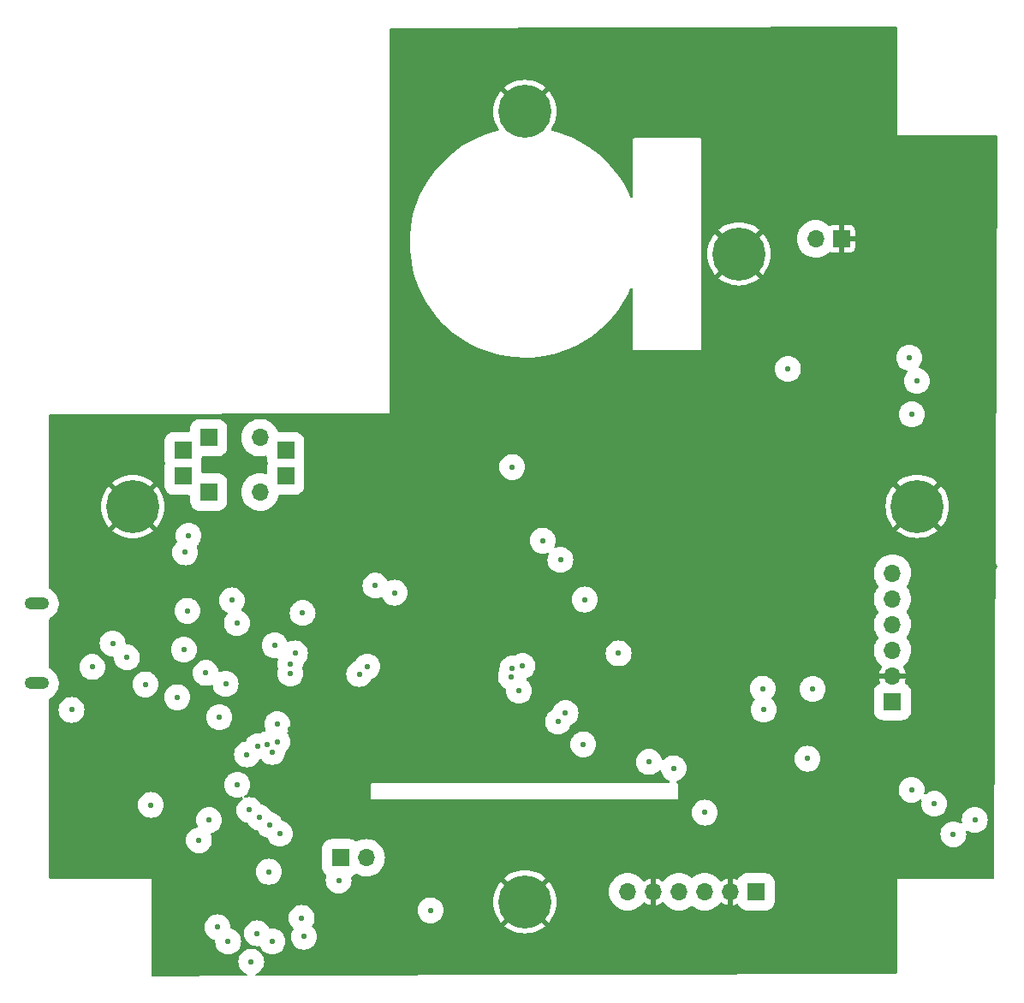
<source format=gbr>
%TF.GenerationSoftware,KiCad,Pcbnew,8.0.4*%
%TF.CreationDate,2024-10-28T08:05:00-04:00*%
%TF.ProjectId,payload_board,7061796c-6f61-4645-9f62-6f6172642e6b,rev?*%
%TF.SameCoordinates,Original*%
%TF.FileFunction,Copper,L3,Inr*%
%TF.FilePolarity,Positive*%
%FSLAX46Y46*%
G04 Gerber Fmt 4.6, Leading zero omitted, Abs format (unit mm)*
G04 Created by KiCad (PCBNEW 8.0.4) date 2024-10-28 08:05:00*
%MOMM*%
%LPD*%
G01*
G04 APERTURE LIST*
%TA.AperFunction,ComponentPad*%
%ADD10C,5.250000*%
%TD*%
%TA.AperFunction,ComponentPad*%
%ADD11R,1.700000X1.700000*%
%TD*%
%TA.AperFunction,ComponentPad*%
%ADD12O,1.700000X1.700000*%
%TD*%
%TA.AperFunction,ComponentPad*%
%ADD13O,2.416000X1.208000*%
%TD*%
%TA.AperFunction,ViaPad*%
%ADD14C,0.550000*%
%TD*%
%TA.AperFunction,ViaPad*%
%ADD15C,0.800000*%
%TD*%
G04 APERTURE END LIST*
D10*
%TO.N,GND*%
%TO.C,*%
X101782992Y-62956243D03*
%TD*%
D11*
%TO.N,CIN-*%
%TO.C,J2*%
X99340000Y-82270000D03*
D12*
%TO.N,GND*%
X99340000Y-79730000D03*
%TO.N,SPI1_SCK_Cam*%
X99340000Y-77190000D03*
%TO.N,SPI1_MISO_Cam*%
X99340000Y-74650000D03*
%TO.N,SPI1_MOSI_Cam*%
X99340000Y-72110000D03*
%TO.N,SPI1_CS_Cam*%
X99340000Y-69570000D03*
%TD*%
D11*
%TO.N,SWCLK*%
%TO.C,J15*%
X85852000Y-101092000D03*
D12*
%TO.N,GND*%
X83312000Y-101092000D03*
%TO.N,SWDIO*%
X80772000Y-101092000D03*
%TO.N,UART1_TX*%
X78232000Y-101092000D03*
%TO.N,GND*%
X75692000Y-101092000D03*
%TO.N,UART1_RX*%
X73152000Y-101092000D03*
%TD*%
D11*
%TO.N,BGND*%
%TO.C,J_Burn*%
X31705000Y-61540000D03*
X29165000Y-59980000D03*
X29165000Y-57440000D03*
X31705000Y-56170000D03*
D12*
%TO.N,BPWR*%
X36785000Y-61540000D03*
D11*
X39325000Y-59980000D03*
X39325000Y-57440000D03*
D12*
X36785000Y-56170000D03*
%TD*%
D10*
%TO.N,GND*%
%TO.C,*%
X84155749Y-37976859D03*
%TD*%
D11*
%TO.N,GND*%
%TO.C,J12*%
X94275000Y-36500000D03*
D12*
%TO.N,+3.3V*%
X91735000Y-36500000D03*
%TD*%
D10*
%TO.N,GND*%
%TO.C,*%
X24195000Y-63000000D03*
%TD*%
D11*
%TO.N,/~{RESET}*%
%TO.C,R9*%
X44750000Y-97725000D03*
D12*
%TO.N,Net-(U2-~{RESET})*%
X47290000Y-97725000D03*
%TD*%
D13*
%TO.N,N/C*%
%TO.C,J7*%
X14700000Y-72567500D03*
X14700000Y-80467500D03*
%TD*%
D10*
%TO.N,GND*%
%TO.C,J2*%
X62988996Y-102081941D03*
%TD*%
%TO.N,GND*%
%TO.C,J5*%
X62988996Y-23896243D03*
%TD*%
D14*
%TO.N,GND*%
X19280000Y-96560000D03*
X32140348Y-106880001D03*
X39250000Y-81250000D03*
X39750000Y-85000000D03*
X25460000Y-98880000D03*
X28150000Y-88140000D03*
X33750000Y-89000000D03*
X36670000Y-84150000D03*
X32750000Y-74750000D03*
X63700000Y-77500000D03*
X24830000Y-85470000D03*
X40900000Y-82200000D03*
D15*
X109290000Y-68880000D03*
D14*
%TO.N,1.2V*%
X33390000Y-80518000D03*
X28610000Y-81840000D03*
%TO.N,Break_SDA*%
X38000000Y-106000000D03*
%TO.N,Break_SCL*%
X36500000Y-105200000D03*
%TO.N,I2C1_SDA*%
X38750000Y-95342900D03*
%TO.N,I2C1_SCL*%
X37750000Y-94500000D03*
%TO.N,SPI0_CS_DISP*%
X61750000Y-79000000D03*
%TO.N,Cam_RST*%
X34544000Y-90500000D03*
X36561699Y-86708301D03*
X86600000Y-83060000D03*
%TO.N,SPI1_SCK_Cam*%
X35500000Y-87500000D03*
X75250000Y-88250000D03*
%TO.N,SPI1_MOSI_Cam*%
X38000000Y-87250000D03*
X68750000Y-86500000D03*
%TO.N,Disp_RST*%
X62750000Y-78750000D03*
%TO.N,/USBBOOT*%
X26000000Y-92500000D03*
X31750000Y-94000000D03*
X30750000Y-96000000D03*
X37500000Y-86500000D03*
%TO.N,Disp_DC*%
X38500000Y-86250000D03*
%TO.N,SWCLK*%
X66250000Y-84250000D03*
X39800000Y-79500000D03*
X46600000Y-79540000D03*
X77690000Y-88870000D03*
%TO.N,SWDIO*%
X47400000Y-78800000D03*
X39800000Y-78540000D03*
X80772000Y-93250000D03*
X67000000Y-83400000D03*
%TO.N,/~{RESET}*%
X38250000Y-76700000D03*
X40910000Y-103670000D03*
X44570000Y-99970000D03*
%TO.N,SPI0_MISO*%
X50100000Y-71500000D03*
X101250000Y-53853300D03*
%TO.N,SPI0_CS_SD*%
X48200000Y-70800000D03*
X101000000Y-48250000D03*
%TO.N,SPI0_SCK*%
X62400000Y-81200000D03*
%TO.N,SPI0_MOSI*%
X61600000Y-79800000D03*
%TO.N,WDT_WDI*%
X37661960Y-99098040D03*
X34500000Y-74500000D03*
%TO.N,ADC0*%
X66500000Y-68250000D03*
X34000000Y-72250000D03*
X29610000Y-73290000D03*
%TO.N,ADC1*%
X29260000Y-77130000D03*
X41000000Y-73500000D03*
X72250000Y-77500000D03*
%TO.N,Cam_3.3v*%
X90930040Y-87917700D03*
X91440000Y-81020000D03*
%TO.N,+3.3V*%
X101750000Y-50553299D03*
X31430000Y-79440000D03*
X41130000Y-105530000D03*
X86500000Y-80990000D03*
X40250000Y-77500000D03*
X32766000Y-83820000D03*
X64750000Y-66343201D03*
X61730000Y-59062500D03*
X53661000Y-102922000D03*
X29730000Y-65850000D03*
X68900000Y-72181201D03*
X25460000Y-80570000D03*
X18150000Y-83090000D03*
%TO.N,SD_IND*%
X38500000Y-84500000D03*
X89000000Y-49353299D03*
%TO.N,VBUS*%
X20200000Y-78850000D03*
X29390000Y-67510000D03*
%TO.N,/D+*%
X23640000Y-77910000D03*
X22220000Y-76520000D03*
%TO.N,UART1_TX*%
X32600000Y-104600000D03*
X35920000Y-108000000D03*
%TO.N,UART1_RX*%
X33640348Y-106000000D03*
%TO.N,BURN_A*%
X36750000Y-93750000D03*
X103470000Y-92390000D03*
X107480000Y-93980000D03*
%TO.N,BURN_B*%
X35750000Y-93000000D03*
X105350000Y-95400000D03*
X101220000Y-90990000D03*
%TD*%
%TA.AperFunction,Conductor*%
%TO.N,GND*%
G36*
X99752734Y-15530368D02*
G01*
X99798643Y-15583038D01*
X99810000Y-15634879D01*
X99810000Y-26210000D01*
X99840000Y-26240000D01*
X109580157Y-26240000D01*
X109647196Y-26259685D01*
X109692951Y-26312489D01*
X109704156Y-26364534D01*
X109388219Y-99706534D01*
X109368246Y-99773488D01*
X109315245Y-99819015D01*
X109264220Y-99830000D01*
X99789999Y-99830000D01*
X99770000Y-99849999D01*
X99770000Y-109075591D01*
X99750315Y-109142630D01*
X99697511Y-109188385D01*
X99646433Y-109199590D01*
X36452251Y-109420185D01*
X36385143Y-109400735D01*
X36339204Y-109348091D01*
X36329019Y-109278968D01*
X36357822Y-109215311D01*
X36399414Y-109183804D01*
X36422080Y-109173234D01*
X36560186Y-109108835D01*
X36743007Y-108980822D01*
X36900822Y-108823007D01*
X37028835Y-108640186D01*
X37123156Y-108437913D01*
X37180920Y-108222334D01*
X37200372Y-108000000D01*
X37180920Y-107777666D01*
X37123156Y-107562087D01*
X37028835Y-107359814D01*
X36900822Y-107176993D01*
X36743007Y-107019178D01*
X36560186Y-106891165D01*
X36357913Y-106796844D01*
X36357909Y-106796843D01*
X36357905Y-106796841D01*
X36142339Y-106739081D01*
X36142329Y-106739079D01*
X35920001Y-106719628D01*
X35919999Y-106719628D01*
X35697670Y-106739079D01*
X35697660Y-106739081D01*
X35482094Y-106796841D01*
X35482087Y-106796843D01*
X35482087Y-106796844D01*
X35279814Y-106891165D01*
X35096993Y-107019178D01*
X35096991Y-107019179D01*
X35096988Y-107019182D01*
X34939182Y-107176988D01*
X34939179Y-107176991D01*
X34939178Y-107176993D01*
X34920857Y-107203158D01*
X34811165Y-107359814D01*
X34716845Y-107562085D01*
X34716841Y-107562094D01*
X34659081Y-107777660D01*
X34659079Y-107777670D01*
X34639628Y-107999999D01*
X34639628Y-108000000D01*
X34659079Y-108222329D01*
X34659081Y-108222339D01*
X34716841Y-108437905D01*
X34716843Y-108437909D01*
X34716844Y-108437913D01*
X34811165Y-108640186D01*
X34939178Y-108823007D01*
X35096993Y-108980822D01*
X35279814Y-109108835D01*
X35440586Y-109183804D01*
X35448489Y-109187489D01*
X35500929Y-109233661D01*
X35520081Y-109300854D01*
X35499866Y-109367736D01*
X35446700Y-109413070D01*
X35396518Y-109423870D01*
X26204433Y-109455957D01*
X26137325Y-109436507D01*
X26091386Y-109383863D01*
X26080000Y-109331958D01*
X26080000Y-104599999D01*
X31319628Y-104599999D01*
X31319628Y-104600000D01*
X31339079Y-104822329D01*
X31339081Y-104822339D01*
X31396841Y-105037905D01*
X31396843Y-105037909D01*
X31396844Y-105037913D01*
X31491165Y-105240186D01*
X31619178Y-105423007D01*
X31776993Y-105580822D01*
X31959814Y-105708835D01*
X32162087Y-105803156D01*
X32271766Y-105832544D01*
X32331426Y-105868909D01*
X32361956Y-105931755D01*
X32363201Y-105963124D01*
X32359976Y-105999994D01*
X32359976Y-106000000D01*
X32379427Y-106222329D01*
X32379429Y-106222339D01*
X32437189Y-106437905D01*
X32437191Y-106437909D01*
X32437192Y-106437913D01*
X32531513Y-106640186D01*
X32659526Y-106823007D01*
X32817341Y-106980822D01*
X33000162Y-107108835D01*
X33202435Y-107203156D01*
X33418014Y-107260920D01*
X33595881Y-107276481D01*
X33640347Y-107280372D01*
X33640348Y-107280372D01*
X33640349Y-107280372D01*
X33677403Y-107277130D01*
X33862682Y-107260920D01*
X34078261Y-107203156D01*
X34280534Y-107108835D01*
X34463355Y-106980822D01*
X34621170Y-106823007D01*
X34749183Y-106640186D01*
X34843504Y-106437913D01*
X34901268Y-106222334D01*
X34920720Y-106000000D01*
X34920719Y-105999994D01*
X34901268Y-105777670D01*
X34901268Y-105777666D01*
X34843504Y-105562087D01*
X34749183Y-105359814D01*
X34637279Y-105199999D01*
X35219628Y-105199999D01*
X35219628Y-105200000D01*
X35239079Y-105422329D01*
X35239081Y-105422339D01*
X35296841Y-105637905D01*
X35296843Y-105637909D01*
X35296844Y-105637913D01*
X35391165Y-105840186D01*
X35519178Y-106023007D01*
X35676993Y-106180822D01*
X35859814Y-106308835D01*
X36062087Y-106403156D01*
X36277666Y-106460920D01*
X36439605Y-106475088D01*
X36499999Y-106480372D01*
X36500000Y-106480372D01*
X36500001Y-106480372D01*
X36560395Y-106475088D01*
X36717736Y-106461322D01*
X36786235Y-106475088D01*
X36836418Y-106523704D01*
X36840923Y-106532441D01*
X36891165Y-106640186D01*
X37019178Y-106823007D01*
X37176993Y-106980822D01*
X37359814Y-107108835D01*
X37562087Y-107203156D01*
X37777666Y-107260920D01*
X37955533Y-107276481D01*
X37999999Y-107280372D01*
X38000000Y-107280372D01*
X38000001Y-107280372D01*
X38037055Y-107277130D01*
X38222334Y-107260920D01*
X38437913Y-107203156D01*
X38640186Y-107108835D01*
X38823007Y-106980822D01*
X38980822Y-106823007D01*
X39108835Y-106640186D01*
X39203156Y-106437913D01*
X39260920Y-106222334D01*
X39280372Y-106000000D01*
X39280371Y-105999994D01*
X39260920Y-105777670D01*
X39260920Y-105777666D01*
X39203156Y-105562087D01*
X39108835Y-105359814D01*
X38980822Y-105176993D01*
X38823007Y-105019178D01*
X38640186Y-104891165D01*
X38437913Y-104796844D01*
X38437909Y-104796843D01*
X38437905Y-104796841D01*
X38222339Y-104739081D01*
X38222329Y-104739079D01*
X38000001Y-104719628D01*
X37999998Y-104719628D01*
X37782263Y-104738677D01*
X37713763Y-104724910D01*
X37663580Y-104676295D01*
X37659074Y-104667553D01*
X37627573Y-104599999D01*
X37608835Y-104559814D01*
X37480822Y-104376993D01*
X37323007Y-104219178D01*
X37140186Y-104091165D01*
X36937913Y-103996844D01*
X36937909Y-103996843D01*
X36937905Y-103996841D01*
X36722339Y-103939081D01*
X36722329Y-103939079D01*
X36500001Y-103919628D01*
X36499999Y-103919628D01*
X36277670Y-103939079D01*
X36277660Y-103939081D01*
X36062094Y-103996841D01*
X36062087Y-103996843D01*
X36062087Y-103996844D01*
X35859814Y-104091165D01*
X35676993Y-104219178D01*
X35676991Y-104219179D01*
X35676988Y-104219182D01*
X35519182Y-104376988D01*
X35519179Y-104376991D01*
X35519178Y-104376993D01*
X35391165Y-104559814D01*
X35306899Y-104740525D01*
X35296845Y-104762085D01*
X35296841Y-104762094D01*
X35239081Y-104977660D01*
X35239079Y-104977670D01*
X35219628Y-105199999D01*
X34637279Y-105199999D01*
X34621170Y-105176993D01*
X34463355Y-105019178D01*
X34280534Y-104891165D01*
X34078261Y-104796844D01*
X34078257Y-104796843D01*
X34078255Y-104796842D01*
X33968580Y-104767454D01*
X33908919Y-104731088D01*
X33878391Y-104668241D01*
X33877146Y-104636871D01*
X33880372Y-104600000D01*
X33880372Y-104599999D01*
X33871661Y-104500434D01*
X33860920Y-104377666D01*
X33803156Y-104162087D01*
X33708835Y-103959814D01*
X33580822Y-103776993D01*
X33473828Y-103669999D01*
X39629628Y-103669999D01*
X39629628Y-103670000D01*
X39649079Y-103892329D01*
X39649081Y-103892339D01*
X39706841Y-104107905D01*
X39706843Y-104107909D01*
X39706844Y-104107913D01*
X39801165Y-104310186D01*
X39929178Y-104493007D01*
X39929182Y-104493011D01*
X40073127Y-104636956D01*
X40106612Y-104698279D01*
X40101628Y-104767971D01*
X40087021Y-104795760D01*
X40021168Y-104889809D01*
X40021165Y-104889813D01*
X39926845Y-105092085D01*
X39926841Y-105092094D01*
X39869081Y-105307660D01*
X39869079Y-105307670D01*
X39849628Y-105529999D01*
X39849628Y-105530000D01*
X39869079Y-105752329D01*
X39869081Y-105752339D01*
X39926841Y-105967905D01*
X39926843Y-105967909D01*
X39926844Y-105967913D01*
X40021165Y-106170186D01*
X40149178Y-106353007D01*
X40306993Y-106510822D01*
X40489814Y-106638835D01*
X40692087Y-106733156D01*
X40692093Y-106733157D01*
X40692094Y-106733158D01*
X40714199Y-106739081D01*
X40907666Y-106790920D01*
X41085533Y-106806481D01*
X41129999Y-106810372D01*
X41130000Y-106810372D01*
X41130001Y-106810372D01*
X41167055Y-106807130D01*
X41352334Y-106790920D01*
X41567913Y-106733156D01*
X41770186Y-106638835D01*
X41953007Y-106510822D01*
X42110822Y-106353007D01*
X42238835Y-106170186D01*
X42333156Y-105967913D01*
X42390920Y-105752334D01*
X42410372Y-105530000D01*
X42390920Y-105307666D01*
X42333156Y-105092087D01*
X42238835Y-104889814D01*
X42110822Y-104706993D01*
X41966872Y-104563043D01*
X41933387Y-104501720D01*
X41938371Y-104432028D01*
X41952975Y-104404243D01*
X42018835Y-104310186D01*
X42113156Y-104107913D01*
X42170920Y-103892334D01*
X42190372Y-103670000D01*
X42170920Y-103447666D01*
X42113156Y-103232087D01*
X42018835Y-103029814D01*
X41943342Y-102921999D01*
X52380628Y-102921999D01*
X52380628Y-102922000D01*
X52400079Y-103144329D01*
X52400081Y-103144339D01*
X52457841Y-103359905D01*
X52457843Y-103359909D01*
X52457844Y-103359913D01*
X52552165Y-103562186D01*
X52680178Y-103745007D01*
X52837993Y-103902822D01*
X53020814Y-104030835D01*
X53223087Y-104125156D01*
X53438666Y-104182920D01*
X53616533Y-104198481D01*
X53660999Y-104202372D01*
X53661000Y-104202372D01*
X53661001Y-104202372D01*
X53698055Y-104199130D01*
X53883334Y-104182920D01*
X54098913Y-104125156D01*
X54301186Y-104030835D01*
X54484007Y-103902822D01*
X54641822Y-103745007D01*
X54769835Y-103562186D01*
X54864156Y-103359913D01*
X54921920Y-103144334D01*
X54941372Y-102922000D01*
X54921920Y-102699666D01*
X54866837Y-102494093D01*
X54864158Y-102484094D01*
X54864157Y-102484093D01*
X54864156Y-102484087D01*
X54769835Y-102281814D01*
X54641822Y-102098993D01*
X54624770Y-102081941D01*
X59859072Y-102081941D01*
X59878751Y-102432376D01*
X59878753Y-102432388D01*
X59937545Y-102778411D01*
X59937547Y-102778420D01*
X60034712Y-103115686D01*
X60169028Y-103439957D01*
X60169030Y-103439961D01*
X60338814Y-103747161D01*
X60541924Y-104033418D01*
X60608956Y-104108426D01*
X61784234Y-102933148D01*
X61863929Y-103042839D01*
X62028098Y-103207008D01*
X62137787Y-103286701D01*
X60962509Y-104461979D01*
X61037518Y-104529012D01*
X61323775Y-104732122D01*
X61630975Y-104901906D01*
X61630979Y-104901908D01*
X61955250Y-105036224D01*
X62292516Y-105133389D01*
X62292525Y-105133391D01*
X62638548Y-105192183D01*
X62638560Y-105192185D01*
X62988996Y-105211864D01*
X63339431Y-105192185D01*
X63339443Y-105192183D01*
X63685466Y-105133391D01*
X63685475Y-105133389D01*
X64022741Y-105036224D01*
X64347012Y-104901908D01*
X64347016Y-104901906D01*
X64654216Y-104732122D01*
X64940473Y-104529012D01*
X65015481Y-104461979D01*
X63840204Y-103286702D01*
X63949894Y-103207008D01*
X64114063Y-103042839D01*
X64193757Y-102933149D01*
X65369034Y-104108426D01*
X65436067Y-104033418D01*
X65639177Y-103747161D01*
X65808961Y-103439961D01*
X65808963Y-103439957D01*
X65943279Y-103115686D01*
X66040444Y-102778420D01*
X66040446Y-102778411D01*
X66099238Y-102432388D01*
X66099240Y-102432376D01*
X66118919Y-102081941D01*
X66099240Y-101731505D01*
X66099238Y-101731493D01*
X66040446Y-101385470D01*
X66040444Y-101385461D01*
X65955898Y-101091998D01*
X71296773Y-101091998D01*
X71296773Y-101092001D01*
X71315657Y-101356027D01*
X71315658Y-101356034D01*
X71371921Y-101614673D01*
X71464426Y-101862690D01*
X71464428Y-101862694D01*
X71591280Y-102095005D01*
X71591285Y-102095013D01*
X71749906Y-102306907D01*
X71749922Y-102306925D01*
X71937074Y-102494077D01*
X71937092Y-102494093D01*
X72148986Y-102652714D01*
X72148994Y-102652719D01*
X72381305Y-102779571D01*
X72381309Y-102779573D01*
X72381311Y-102779574D01*
X72629322Y-102872077D01*
X72629325Y-102872077D01*
X72629326Y-102872078D01*
X72646942Y-102875910D01*
X72887974Y-102928343D01*
X73131660Y-102945772D01*
X73151999Y-102947227D01*
X73152000Y-102947227D01*
X73152001Y-102947227D01*
X73170885Y-102945876D01*
X73416026Y-102928343D01*
X73674678Y-102872077D01*
X73922689Y-102779574D01*
X74155011Y-102652716D01*
X74366915Y-102494087D01*
X74554087Y-102306915D01*
X74660701Y-102164494D01*
X74716634Y-102122623D01*
X74786326Y-102117639D01*
X74831092Y-102137230D01*
X75014421Y-102265600D01*
X75228507Y-102365429D01*
X75228516Y-102365433D01*
X75442000Y-102422634D01*
X75442000Y-101525012D01*
X75499007Y-101557925D01*
X75626174Y-101592000D01*
X75757826Y-101592000D01*
X75884993Y-101557925D01*
X75942000Y-101525012D01*
X75942000Y-102422633D01*
X76155483Y-102365433D01*
X76155492Y-102365429D01*
X76369578Y-102265600D01*
X76552908Y-102137230D01*
X76619114Y-102114903D01*
X76686882Y-102131913D01*
X76723299Y-102164495D01*
X76829906Y-102306907D01*
X76829922Y-102306925D01*
X77017074Y-102494077D01*
X77017092Y-102494093D01*
X77228986Y-102652714D01*
X77228994Y-102652719D01*
X77461305Y-102779571D01*
X77461309Y-102779573D01*
X77461311Y-102779574D01*
X77709322Y-102872077D01*
X77709325Y-102872077D01*
X77709326Y-102872078D01*
X77726942Y-102875910D01*
X77967974Y-102928343D01*
X78211660Y-102945772D01*
X78231999Y-102947227D01*
X78232000Y-102947227D01*
X78232001Y-102947227D01*
X78250885Y-102945876D01*
X78496026Y-102928343D01*
X78754678Y-102872077D01*
X79002689Y-102779574D01*
X79235011Y-102652716D01*
X79357309Y-102561165D01*
X79427690Y-102508479D01*
X79493154Y-102484062D01*
X79561427Y-102498914D01*
X79576310Y-102508479D01*
X79768986Y-102652714D01*
X79768994Y-102652719D01*
X80001305Y-102779571D01*
X80001309Y-102779573D01*
X80001311Y-102779574D01*
X80249322Y-102872077D01*
X80249325Y-102872077D01*
X80249326Y-102872078D01*
X80266942Y-102875910D01*
X80507974Y-102928343D01*
X80751660Y-102945772D01*
X80771999Y-102947227D01*
X80772000Y-102947227D01*
X80772001Y-102947227D01*
X80790885Y-102945876D01*
X81036026Y-102928343D01*
X81294678Y-102872077D01*
X81542689Y-102779574D01*
X81775011Y-102652716D01*
X81986915Y-102494087D01*
X82174087Y-102306915D01*
X82280701Y-102164494D01*
X82336634Y-102122623D01*
X82406326Y-102117639D01*
X82451092Y-102137230D01*
X82634421Y-102265600D01*
X82848507Y-102365429D01*
X82848516Y-102365433D01*
X83062000Y-102422634D01*
X83062000Y-101525012D01*
X83119007Y-101557925D01*
X83246174Y-101592000D01*
X83377826Y-101592000D01*
X83504993Y-101557925D01*
X83562000Y-101525012D01*
X83562000Y-102422633D01*
X83775483Y-102365433D01*
X83775492Y-102365430D01*
X83924510Y-102295941D01*
X83993587Y-102285449D01*
X84057371Y-102313968D01*
X84086823Y-102350909D01*
X84162302Y-102495407D01*
X84162304Y-102495409D01*
X84290890Y-102653109D01*
X84384803Y-102729684D01*
X84448593Y-102781698D01*
X84628951Y-102875909D01*
X84824582Y-102931886D01*
X84943963Y-102942500D01*
X86760036Y-102942499D01*
X86879418Y-102931886D01*
X87075049Y-102875909D01*
X87255407Y-102781698D01*
X87413109Y-102653109D01*
X87541698Y-102495407D01*
X87635909Y-102315049D01*
X87691886Y-102119418D01*
X87702500Y-102000037D01*
X87702499Y-100183964D01*
X87691886Y-100064582D01*
X87640042Y-99883395D01*
X87635910Y-99868954D01*
X87635909Y-99868953D01*
X87635909Y-99868951D01*
X87541698Y-99688593D01*
X87478921Y-99611603D01*
X87413109Y-99530890D01*
X87270609Y-99414698D01*
X87255407Y-99402302D01*
X87075049Y-99308091D01*
X87075048Y-99308090D01*
X87075045Y-99308089D01*
X86957829Y-99274550D01*
X86879418Y-99252114D01*
X86879415Y-99252113D01*
X86879413Y-99252113D01*
X86813102Y-99246217D01*
X86760037Y-99241500D01*
X86760032Y-99241500D01*
X84943971Y-99241500D01*
X84943965Y-99241500D01*
X84943964Y-99241501D01*
X84932316Y-99242536D01*
X84824584Y-99252113D01*
X84628954Y-99308089D01*
X84579892Y-99333717D01*
X84448593Y-99402302D01*
X84448591Y-99402303D01*
X84448590Y-99402304D01*
X84290890Y-99530890D01*
X84162302Y-99688593D01*
X84162300Y-99688595D01*
X84086823Y-99833088D01*
X84038336Y-99883395D01*
X83970349Y-99899502D01*
X83924510Y-99888058D01*
X83775492Y-99818570D01*
X83775486Y-99818567D01*
X83562000Y-99761364D01*
X83562000Y-100658988D01*
X83504993Y-100626075D01*
X83377826Y-100592000D01*
X83246174Y-100592000D01*
X83119007Y-100626075D01*
X83062000Y-100658988D01*
X83062000Y-99761364D01*
X83061999Y-99761364D01*
X82848513Y-99818567D01*
X82848507Y-99818570D01*
X82634422Y-99918399D01*
X82634420Y-99918400D01*
X82451090Y-100046769D01*
X82384884Y-100069096D01*
X82317117Y-100052086D01*
X82280700Y-100019504D01*
X82174093Y-99877092D01*
X82174077Y-99877074D01*
X81986925Y-99689922D01*
X81986907Y-99689906D01*
X81775013Y-99531285D01*
X81775005Y-99531280D01*
X81542694Y-99404428D01*
X81542690Y-99404426D01*
X81294673Y-99311921D01*
X81036034Y-99255658D01*
X81036027Y-99255657D01*
X80772001Y-99236773D01*
X80771999Y-99236773D01*
X80507972Y-99255657D01*
X80507965Y-99255658D01*
X80249326Y-99311921D01*
X80001309Y-99404426D01*
X80001305Y-99404428D01*
X79768994Y-99531280D01*
X79768986Y-99531285D01*
X79576310Y-99675520D01*
X79510845Y-99699937D01*
X79442573Y-99685085D01*
X79427690Y-99675520D01*
X79235013Y-99531285D01*
X79235005Y-99531280D01*
X79002694Y-99404428D01*
X79002690Y-99404426D01*
X78754673Y-99311921D01*
X78496034Y-99255658D01*
X78496027Y-99255657D01*
X78232001Y-99236773D01*
X78231999Y-99236773D01*
X77967972Y-99255657D01*
X77967965Y-99255658D01*
X77709326Y-99311921D01*
X77461309Y-99404426D01*
X77461305Y-99404428D01*
X77228994Y-99531280D01*
X77228986Y-99531285D01*
X77017092Y-99689906D01*
X77017074Y-99689922D01*
X76829922Y-99877074D01*
X76829912Y-99877086D01*
X76723298Y-100019505D01*
X76667364Y-100061376D01*
X76597672Y-100066360D01*
X76552907Y-100046769D01*
X76369578Y-99918399D01*
X76155492Y-99818570D01*
X76155486Y-99818567D01*
X75942000Y-99761364D01*
X75942000Y-100658988D01*
X75884993Y-100626075D01*
X75757826Y-100592000D01*
X75626174Y-100592000D01*
X75499007Y-100626075D01*
X75442000Y-100658988D01*
X75442000Y-99761364D01*
X75441999Y-99761364D01*
X75228513Y-99818567D01*
X75228507Y-99818570D01*
X75014422Y-99918399D01*
X75014420Y-99918400D01*
X74831090Y-100046769D01*
X74764884Y-100069096D01*
X74697117Y-100052086D01*
X74660700Y-100019504D01*
X74554093Y-99877092D01*
X74554077Y-99877074D01*
X74366925Y-99689922D01*
X74366907Y-99689906D01*
X74155013Y-99531285D01*
X74155005Y-99531280D01*
X73922694Y-99404428D01*
X73922690Y-99404426D01*
X73674673Y-99311921D01*
X73416034Y-99255658D01*
X73416027Y-99255657D01*
X73152001Y-99236773D01*
X73151999Y-99236773D01*
X72887972Y-99255657D01*
X72887965Y-99255658D01*
X72629326Y-99311921D01*
X72381309Y-99404426D01*
X72381305Y-99404428D01*
X72148994Y-99531280D01*
X72148986Y-99531285D01*
X71937092Y-99689906D01*
X71937074Y-99689922D01*
X71749922Y-99877074D01*
X71749906Y-99877092D01*
X71591285Y-100088986D01*
X71591280Y-100088994D01*
X71464428Y-100321305D01*
X71464426Y-100321309D01*
X71371921Y-100569326D01*
X71315658Y-100827965D01*
X71315657Y-100827972D01*
X71296773Y-101091998D01*
X65955898Y-101091998D01*
X65943279Y-101048195D01*
X65808963Y-100723924D01*
X65808961Y-100723920D01*
X65639177Y-100416720D01*
X65436067Y-100130463D01*
X65369034Y-100055454D01*
X64193756Y-101230732D01*
X64114063Y-101121043D01*
X63949894Y-100956874D01*
X63840204Y-100877179D01*
X65015482Y-99701901D01*
X64940473Y-99634869D01*
X64654216Y-99431759D01*
X64347016Y-99261975D01*
X64347012Y-99261973D01*
X64022741Y-99127657D01*
X63685475Y-99030492D01*
X63685466Y-99030490D01*
X63339443Y-98971698D01*
X63339431Y-98971696D01*
X62988996Y-98952017D01*
X62638560Y-98971696D01*
X62638548Y-98971698D01*
X62292525Y-99030490D01*
X62292516Y-99030492D01*
X61955250Y-99127657D01*
X61630979Y-99261973D01*
X61630975Y-99261975D01*
X61323771Y-99431761D01*
X61323766Y-99431764D01*
X61037524Y-99634865D01*
X61037516Y-99634870D01*
X60962509Y-99701900D01*
X60962509Y-99701901D01*
X62137787Y-100877179D01*
X62028098Y-100956874D01*
X61863929Y-101121043D01*
X61784234Y-101230732D01*
X60608956Y-100055454D01*
X60608955Y-100055454D01*
X60541925Y-100130461D01*
X60541920Y-100130469D01*
X60338819Y-100416711D01*
X60338816Y-100416716D01*
X60169030Y-100723920D01*
X60169028Y-100723924D01*
X60034712Y-101048195D01*
X59937547Y-101385461D01*
X59937545Y-101385470D01*
X59878753Y-101731493D01*
X59878751Y-101731505D01*
X59859072Y-102081941D01*
X54624770Y-102081941D01*
X54484007Y-101941178D01*
X54301186Y-101813165D01*
X54098913Y-101718844D01*
X54098909Y-101718843D01*
X54098905Y-101718841D01*
X53883339Y-101661081D01*
X53883329Y-101661079D01*
X53661001Y-101641628D01*
X53660999Y-101641628D01*
X53438670Y-101661079D01*
X53438660Y-101661081D01*
X53223094Y-101718841D01*
X53223087Y-101718843D01*
X53223087Y-101718844D01*
X53020814Y-101813165D01*
X52837993Y-101941178D01*
X52837991Y-101941179D01*
X52837988Y-101941182D01*
X52680182Y-102098988D01*
X52680179Y-102098991D01*
X52680178Y-102098993D01*
X52653404Y-102137230D01*
X52552165Y-102281814D01*
X52457845Y-102484085D01*
X52457841Y-102484094D01*
X52400081Y-102699660D01*
X52400079Y-102699670D01*
X52380628Y-102921999D01*
X41943342Y-102921999D01*
X41890822Y-102846993D01*
X41733007Y-102689178D01*
X41550186Y-102561165D01*
X41347913Y-102466844D01*
X41347909Y-102466843D01*
X41347905Y-102466841D01*
X41132339Y-102409081D01*
X41132329Y-102409079D01*
X40910001Y-102389628D01*
X40909999Y-102389628D01*
X40687670Y-102409079D01*
X40687660Y-102409081D01*
X40472094Y-102466841D01*
X40472087Y-102466843D01*
X40472087Y-102466844D01*
X40269814Y-102561165D01*
X40086993Y-102689178D01*
X40086991Y-102689179D01*
X40086988Y-102689182D01*
X39929182Y-102846988D01*
X39929179Y-102846991D01*
X39929178Y-102846993D01*
X39801165Y-103029814D01*
X39718539Y-103207008D01*
X39706845Y-103232085D01*
X39706841Y-103232094D01*
X39649081Y-103447660D01*
X39649079Y-103447670D01*
X39629628Y-103669999D01*
X33473828Y-103669999D01*
X33423007Y-103619178D01*
X33240186Y-103491165D01*
X33037913Y-103396844D01*
X33037909Y-103396843D01*
X33037905Y-103396841D01*
X32822339Y-103339081D01*
X32822329Y-103339079D01*
X32600001Y-103319628D01*
X32599999Y-103319628D01*
X32377670Y-103339079D01*
X32377660Y-103339081D01*
X32162094Y-103396841D01*
X32162087Y-103396843D01*
X32162087Y-103396844D01*
X31959814Y-103491165D01*
X31776993Y-103619178D01*
X31776991Y-103619179D01*
X31776988Y-103619182D01*
X31619182Y-103776988D01*
X31619179Y-103776991D01*
X31619178Y-103776993D01*
X31491165Y-103959814D01*
X31396845Y-104162085D01*
X31396841Y-104162094D01*
X31339081Y-104377660D01*
X31339079Y-104377670D01*
X31319628Y-104599999D01*
X26080000Y-104599999D01*
X26080000Y-99790000D01*
X25852674Y-99790000D01*
X25842674Y-99790000D01*
X16054145Y-99790000D01*
X15987106Y-99770315D01*
X15941351Y-99717511D01*
X15930145Y-99666000D01*
X15930145Y-99098039D01*
X36381588Y-99098039D01*
X36381588Y-99098040D01*
X36401039Y-99320369D01*
X36401041Y-99320379D01*
X36458801Y-99535945D01*
X36458803Y-99535949D01*
X36458804Y-99535953D01*
X36553125Y-99738226D01*
X36681138Y-99921047D01*
X36838953Y-100078862D01*
X37021774Y-100206875D01*
X37224047Y-100301196D01*
X37439626Y-100358960D01*
X37617493Y-100374521D01*
X37661959Y-100378412D01*
X37661960Y-100378412D01*
X37661961Y-100378412D01*
X37699015Y-100375170D01*
X37884294Y-100358960D01*
X38099873Y-100301196D01*
X38302146Y-100206875D01*
X38484967Y-100078862D01*
X38642782Y-99921047D01*
X38770795Y-99738226D01*
X38865116Y-99535953D01*
X38922880Y-99320374D01*
X38942332Y-99098040D01*
X38922880Y-98875706D01*
X38865116Y-98660127D01*
X38770795Y-98457854D01*
X38642782Y-98275033D01*
X38484967Y-98117218D01*
X38302146Y-97989205D01*
X38099873Y-97894884D01*
X38099869Y-97894883D01*
X38099865Y-97894881D01*
X37884299Y-97837121D01*
X37884289Y-97837119D01*
X37661961Y-97817668D01*
X37661959Y-97817668D01*
X37439630Y-97837119D01*
X37439620Y-97837121D01*
X37224054Y-97894881D01*
X37224047Y-97894883D01*
X37224047Y-97894884D01*
X37021774Y-97989205D01*
X36838953Y-98117218D01*
X36838951Y-98117219D01*
X36838948Y-98117222D01*
X36681142Y-98275028D01*
X36553125Y-98457854D01*
X36458805Y-98660125D01*
X36458801Y-98660134D01*
X36401041Y-98875700D01*
X36401039Y-98875710D01*
X36381588Y-99098039D01*
X15930145Y-99098039D01*
X15930145Y-95999999D01*
X29469628Y-95999999D01*
X29469628Y-96000000D01*
X29489079Y-96222329D01*
X29489081Y-96222339D01*
X29546841Y-96437905D01*
X29546843Y-96437909D01*
X29546844Y-96437913D01*
X29641165Y-96640186D01*
X29769178Y-96823007D01*
X29926993Y-96980822D01*
X30109814Y-97108835D01*
X30312087Y-97203156D01*
X30527666Y-97260920D01*
X30705533Y-97276481D01*
X30749999Y-97280372D01*
X30750000Y-97280372D01*
X30750001Y-97280372D01*
X30787055Y-97277130D01*
X30972334Y-97260920D01*
X31187913Y-97203156D01*
X31390186Y-97108835D01*
X31573007Y-96980822D01*
X31730822Y-96823007D01*
X31735052Y-96816966D01*
X42899500Y-96816966D01*
X42899500Y-98633028D01*
X42899501Y-98633034D01*
X42910113Y-98752415D01*
X42966089Y-98948045D01*
X42966090Y-98948048D01*
X42966091Y-98948049D01*
X43060302Y-99128407D01*
X43060304Y-99128409D01*
X43188890Y-99286109D01*
X43326852Y-99398601D01*
X43366369Y-99456222D01*
X43368461Y-99526060D01*
X43368221Y-99526850D01*
X43368245Y-99526857D01*
X43309081Y-99747660D01*
X43309079Y-99747670D01*
X43289628Y-99969999D01*
X43289628Y-99970000D01*
X43309079Y-100192329D01*
X43309081Y-100192339D01*
X43366841Y-100407905D01*
X43366843Y-100407909D01*
X43366844Y-100407913D01*
X43461165Y-100610186D01*
X43589178Y-100793007D01*
X43746993Y-100950822D01*
X43929814Y-101078835D01*
X44132087Y-101173156D01*
X44347666Y-101230920D01*
X44525533Y-101246481D01*
X44569999Y-101250372D01*
X44570000Y-101250372D01*
X44570001Y-101250372D01*
X44607055Y-101247130D01*
X44792334Y-101230920D01*
X45007913Y-101173156D01*
X45210186Y-101078835D01*
X45393007Y-100950822D01*
X45550822Y-100793007D01*
X45678835Y-100610186D01*
X45773156Y-100407913D01*
X45830920Y-100192334D01*
X45850372Y-99970000D01*
X45830920Y-99747666D01*
X45813177Y-99681448D01*
X45814840Y-99611603D01*
X45854002Y-99553740D01*
X45898838Y-99530143D01*
X45973049Y-99508909D01*
X46153407Y-99414698D01*
X46237109Y-99346446D01*
X46301503Y-99319338D01*
X46370333Y-99331347D01*
X46374896Y-99333717D01*
X46519305Y-99412571D01*
X46519309Y-99412573D01*
X46519311Y-99412574D01*
X46767322Y-99505077D01*
X46767325Y-99505077D01*
X46767326Y-99505078D01*
X46909257Y-99535953D01*
X47025974Y-99561343D01*
X47269660Y-99578772D01*
X47289999Y-99580227D01*
X47290000Y-99580227D01*
X47290001Y-99580227D01*
X47308885Y-99578876D01*
X47554026Y-99561343D01*
X47812678Y-99505077D01*
X48060689Y-99412574D01*
X48293011Y-99285716D01*
X48504915Y-99127087D01*
X48692087Y-98939915D01*
X48850716Y-98728011D01*
X48977574Y-98495689D01*
X49070077Y-98247678D01*
X49126343Y-97989026D01*
X49145227Y-97725000D01*
X49126343Y-97460974D01*
X49070259Y-97203158D01*
X49070078Y-97202326D01*
X49035207Y-97108834D01*
X48977574Y-96954311D01*
X48905878Y-96823011D01*
X48850719Y-96721994D01*
X48850714Y-96721986D01*
X48692093Y-96510092D01*
X48692077Y-96510074D01*
X48504925Y-96322922D01*
X48504907Y-96322906D01*
X48293013Y-96164285D01*
X48293005Y-96164280D01*
X48060694Y-96037428D01*
X48060690Y-96037426D01*
X47812673Y-95944921D01*
X47554034Y-95888658D01*
X47554027Y-95888657D01*
X47290001Y-95869773D01*
X47289999Y-95869773D01*
X47025972Y-95888657D01*
X47025965Y-95888658D01*
X46767326Y-95944921D01*
X46519309Y-96037426D01*
X46374895Y-96116282D01*
X46306622Y-96131133D01*
X46241158Y-96106716D01*
X46237108Y-96103551D01*
X46199145Y-96072596D01*
X46153407Y-96035302D01*
X45973049Y-95941091D01*
X45973048Y-95941090D01*
X45973045Y-95941089D01*
X45855829Y-95907550D01*
X45777418Y-95885114D01*
X45777415Y-95885113D01*
X45777413Y-95885113D01*
X45711102Y-95879217D01*
X45658037Y-95874500D01*
X45658032Y-95874500D01*
X43841971Y-95874500D01*
X43841965Y-95874500D01*
X43841964Y-95874501D01*
X43830316Y-95875536D01*
X43722584Y-95885113D01*
X43526954Y-95941089D01*
X43436772Y-95988196D01*
X43346593Y-96035302D01*
X43346591Y-96035303D01*
X43346590Y-96035304D01*
X43188890Y-96163890D01*
X43060304Y-96321590D01*
X43060302Y-96321593D01*
X43013196Y-96411772D01*
X42966089Y-96501954D01*
X42926537Y-96640185D01*
X42915039Y-96680372D01*
X42910114Y-96697583D01*
X42910113Y-96697586D01*
X42899500Y-96816966D01*
X31735052Y-96816966D01*
X31858835Y-96640186D01*
X31953156Y-96437913D01*
X32010920Y-96222334D01*
X32030372Y-96000000D01*
X32010920Y-95777666D01*
X31953156Y-95562087D01*
X31892900Y-95432868D01*
X31882409Y-95363792D01*
X31910929Y-95300008D01*
X31969405Y-95261769D01*
X31973152Y-95260700D01*
X32187913Y-95203156D01*
X32390186Y-95108835D01*
X32573007Y-94980822D01*
X32730822Y-94823007D01*
X32858835Y-94640186D01*
X32953156Y-94437913D01*
X33010920Y-94222334D01*
X33030372Y-94000000D01*
X33010920Y-93777666D01*
X32953156Y-93562087D01*
X32858835Y-93359814D01*
X32730822Y-93176993D01*
X32573007Y-93019178D01*
X32390186Y-92891165D01*
X32187913Y-92796844D01*
X32187909Y-92796843D01*
X32187905Y-92796841D01*
X31972339Y-92739081D01*
X31972329Y-92739079D01*
X31750001Y-92719628D01*
X31749999Y-92719628D01*
X31527670Y-92739079D01*
X31527660Y-92739081D01*
X31312094Y-92796841D01*
X31312087Y-92796843D01*
X31312087Y-92796844D01*
X31109814Y-92891165D01*
X30926993Y-93019178D01*
X30926991Y-93019179D01*
X30926988Y-93019182D01*
X30769182Y-93176988D01*
X30769179Y-93176991D01*
X30769178Y-93176993D01*
X30666938Y-93323007D01*
X30641165Y-93359814D01*
X30546845Y-93562085D01*
X30546841Y-93562094D01*
X30489081Y-93777660D01*
X30489079Y-93777670D01*
X30469628Y-93999999D01*
X30469628Y-94000000D01*
X30489079Y-94222329D01*
X30489081Y-94222339D01*
X30546841Y-94437905D01*
X30546846Y-94437919D01*
X30607098Y-94567130D01*
X30617590Y-94636207D01*
X30589070Y-94699991D01*
X30530593Y-94738230D01*
X30526810Y-94739309D01*
X30312091Y-94796842D01*
X30312087Y-94796844D01*
X30109814Y-94891165D01*
X29926993Y-95019178D01*
X29926991Y-95019179D01*
X29926988Y-95019182D01*
X29769182Y-95176988D01*
X29769179Y-95176991D01*
X29769178Y-95176993D01*
X29710573Y-95260690D01*
X29641165Y-95359814D01*
X29546845Y-95562085D01*
X29546841Y-95562094D01*
X29489081Y-95777660D01*
X29489079Y-95777670D01*
X29469628Y-95999999D01*
X15930145Y-95999999D01*
X15930145Y-92499999D01*
X24719628Y-92499999D01*
X24719628Y-92500000D01*
X24739079Y-92722329D01*
X24739081Y-92722339D01*
X24796841Y-92937905D01*
X24796843Y-92937909D01*
X24796844Y-92937913D01*
X24891165Y-93140186D01*
X25019178Y-93323007D01*
X25176993Y-93480822D01*
X25359814Y-93608835D01*
X25562087Y-93703156D01*
X25777666Y-93760920D01*
X25955533Y-93776481D01*
X25999999Y-93780372D01*
X26000000Y-93780372D01*
X26000001Y-93780372D01*
X26037055Y-93777130D01*
X26222334Y-93760920D01*
X26437913Y-93703156D01*
X26640186Y-93608835D01*
X26823007Y-93480822D01*
X26980822Y-93323007D01*
X27108835Y-93140186D01*
X27203156Y-92937913D01*
X27260920Y-92722334D01*
X27280372Y-92500000D01*
X27260920Y-92277666D01*
X27203156Y-92062087D01*
X27108835Y-91859814D01*
X26980822Y-91676993D01*
X26823007Y-91519178D01*
X26640186Y-91391165D01*
X26437913Y-91296844D01*
X26437909Y-91296843D01*
X26437905Y-91296841D01*
X26222339Y-91239081D01*
X26222329Y-91239079D01*
X26000001Y-91219628D01*
X25999999Y-91219628D01*
X25777670Y-91239079D01*
X25777660Y-91239081D01*
X25562094Y-91296841D01*
X25562087Y-91296843D01*
X25562087Y-91296844D01*
X25359814Y-91391165D01*
X25176993Y-91519178D01*
X25176991Y-91519179D01*
X25176988Y-91519182D01*
X25019182Y-91676988D01*
X25019179Y-91676991D01*
X25019178Y-91676993D01*
X24891165Y-91859814D01*
X24796845Y-92062085D01*
X24796841Y-92062094D01*
X24739081Y-92277660D01*
X24739079Y-92277670D01*
X24719628Y-92499999D01*
X15930145Y-92499999D01*
X15930145Y-90499999D01*
X33263628Y-90499999D01*
X33263628Y-90500000D01*
X33283079Y-90722329D01*
X33283081Y-90722339D01*
X33340841Y-90937905D01*
X33340843Y-90937909D01*
X33340844Y-90937913D01*
X33435165Y-91140186D01*
X33563178Y-91323007D01*
X33720993Y-91480822D01*
X33903814Y-91608835D01*
X34106087Y-91703156D01*
X34321666Y-91760920D01*
X34499533Y-91776481D01*
X34543999Y-91780372D01*
X34544000Y-91780372D01*
X34544001Y-91780372D01*
X34581055Y-91777130D01*
X34766334Y-91760920D01*
X34944767Y-91713109D01*
X35014616Y-91714772D01*
X35072479Y-91753934D01*
X35099983Y-91818163D01*
X35088397Y-91887065D01*
X35047984Y-91934458D01*
X34926992Y-92019178D01*
X34769182Y-92176988D01*
X34769179Y-92176991D01*
X34769178Y-92176993D01*
X34641165Y-92359814D01*
X34583152Y-92484225D01*
X34546845Y-92562085D01*
X34546841Y-92562094D01*
X34489081Y-92777660D01*
X34489079Y-92777670D01*
X34469628Y-92999999D01*
X34469628Y-93000000D01*
X34489079Y-93222329D01*
X34489081Y-93222339D01*
X34546841Y-93437905D01*
X34546843Y-93437909D01*
X34546844Y-93437913D01*
X34641165Y-93640186D01*
X34769178Y-93823007D01*
X34926993Y-93980822D01*
X35109814Y-94108835D01*
X35312087Y-94203156D01*
X35312093Y-94203157D01*
X35312094Y-94203158D01*
X35383679Y-94222339D01*
X35527666Y-94260920D01*
X35532634Y-94262251D01*
X35592295Y-94298616D01*
X35612923Y-94329621D01*
X35641164Y-94390185D01*
X35641165Y-94390186D01*
X35769178Y-94573007D01*
X35926993Y-94730822D01*
X36109814Y-94858835D01*
X36312087Y-94953156D01*
X36312093Y-94953157D01*
X36312094Y-94953158D01*
X36345418Y-94962087D01*
X36527666Y-95010920D01*
X36532634Y-95012251D01*
X36592295Y-95048616D01*
X36612923Y-95079621D01*
X36641164Y-95140185D01*
X36641165Y-95140186D01*
X36769178Y-95323007D01*
X36926993Y-95480822D01*
X37109814Y-95608835D01*
X37312087Y-95703156D01*
X37483130Y-95748986D01*
X37542790Y-95785351D01*
X37563417Y-95816355D01*
X37641165Y-95983086D01*
X37769178Y-96165907D01*
X37926993Y-96323722D01*
X38109814Y-96451735D01*
X38312087Y-96546056D01*
X38527666Y-96603820D01*
X38705533Y-96619381D01*
X38749999Y-96623272D01*
X38750000Y-96623272D01*
X38750001Y-96623272D01*
X38787055Y-96620030D01*
X38972334Y-96603820D01*
X39187913Y-96546056D01*
X39390186Y-96451735D01*
X39573007Y-96323722D01*
X39730822Y-96165907D01*
X39858835Y-95983086D01*
X39953156Y-95780813D01*
X40010920Y-95565234D01*
X40025376Y-95399999D01*
X104069628Y-95399999D01*
X104069628Y-95400000D01*
X104089079Y-95622329D01*
X104089081Y-95622339D01*
X104146841Y-95837905D01*
X104146843Y-95837909D01*
X104146844Y-95837913D01*
X104241165Y-96040186D01*
X104369178Y-96223007D01*
X104526993Y-96380822D01*
X104709814Y-96508835D01*
X104912087Y-96603156D01*
X104912093Y-96603157D01*
X104912094Y-96603158D01*
X104914565Y-96603820D01*
X105127666Y-96660920D01*
X105305533Y-96676481D01*
X105349999Y-96680372D01*
X105350000Y-96680372D01*
X105350001Y-96680372D01*
X105387055Y-96677130D01*
X105572334Y-96660920D01*
X105787913Y-96603156D01*
X105990186Y-96508835D01*
X106173007Y-96380822D01*
X106330822Y-96223007D01*
X106458835Y-96040186D01*
X106553156Y-95837913D01*
X106610920Y-95622334D01*
X106630372Y-95400000D01*
X106610920Y-95177666D01*
X106610919Y-95177664D01*
X106610880Y-95177212D01*
X106624646Y-95108712D01*
X106673262Y-95058529D01*
X106741290Y-95042595D01*
X106805529Y-95064828D01*
X106839814Y-95088835D01*
X107042087Y-95183156D01*
X107257666Y-95240920D01*
X107435533Y-95256481D01*
X107479999Y-95260372D01*
X107480000Y-95260372D01*
X107480001Y-95260372D01*
X107517055Y-95257130D01*
X107702334Y-95240920D01*
X107917913Y-95183156D01*
X108120186Y-95088835D01*
X108303007Y-94960822D01*
X108460822Y-94803007D01*
X108588835Y-94620186D01*
X108683156Y-94417913D01*
X108740920Y-94202334D01*
X108760372Y-93980000D01*
X108740920Y-93757666D01*
X108688515Y-93562087D01*
X108683158Y-93542094D01*
X108683157Y-93542093D01*
X108683156Y-93542087D01*
X108588835Y-93339814D01*
X108460822Y-93156993D01*
X108303007Y-92999178D01*
X108120186Y-92871165D01*
X107917913Y-92776844D01*
X107917909Y-92776843D01*
X107917905Y-92776841D01*
X107702339Y-92719081D01*
X107702329Y-92719079D01*
X107480001Y-92699628D01*
X107479999Y-92699628D01*
X107257670Y-92719079D01*
X107257660Y-92719081D01*
X107042094Y-92776841D01*
X107042087Y-92776843D01*
X107042087Y-92776844D01*
X106839814Y-92871165D01*
X106656993Y-92999178D01*
X106656991Y-92999179D01*
X106656988Y-92999182D01*
X106499182Y-93156988D01*
X106499179Y-93156991D01*
X106499178Y-93156993D01*
X106434054Y-93250000D01*
X106371165Y-93339814D01*
X106276845Y-93542085D01*
X106276841Y-93542094D01*
X106219081Y-93757660D01*
X106219079Y-93757670D01*
X106199628Y-93979999D01*
X106199628Y-93980002D01*
X106219119Y-94202788D01*
X106205352Y-94271288D01*
X106156737Y-94321471D01*
X106088708Y-94337404D01*
X106024468Y-94315169D01*
X105990186Y-94291165D01*
X105787913Y-94196844D01*
X105787909Y-94196843D01*
X105787905Y-94196841D01*
X105572339Y-94139081D01*
X105572329Y-94139079D01*
X105350001Y-94119628D01*
X105349999Y-94119628D01*
X105127670Y-94139079D01*
X105127660Y-94139081D01*
X104912094Y-94196841D01*
X104912087Y-94196843D01*
X104912087Y-94196844D01*
X104709814Y-94291165D01*
X104526993Y-94419178D01*
X104526991Y-94419179D01*
X104526988Y-94419182D01*
X104369182Y-94576988D01*
X104369179Y-94576991D01*
X104369178Y-94576993D01*
X104256278Y-94738230D01*
X104241165Y-94759814D01*
X104146845Y-94962085D01*
X104146841Y-94962094D01*
X104089081Y-95177660D01*
X104089079Y-95177670D01*
X104069628Y-95399999D01*
X40025376Y-95399999D01*
X40030372Y-95342900D01*
X40010920Y-95120566D01*
X39953156Y-94904987D01*
X39858835Y-94702714D01*
X39730822Y-94519893D01*
X39573007Y-94362078D01*
X39390186Y-94234065D01*
X39187913Y-94139744D01*
X39187910Y-94139743D01*
X39187908Y-94139742D01*
X39016870Y-94093913D01*
X38957210Y-94057548D01*
X38936582Y-94026543D01*
X38858835Y-93859814D01*
X38833062Y-93823007D01*
X38730822Y-93676993D01*
X38573007Y-93519178D01*
X38390186Y-93391165D01*
X38187913Y-93296844D01*
X38187909Y-93296843D01*
X38187905Y-93296841D01*
X38013086Y-93249999D01*
X79491628Y-93249999D01*
X79491628Y-93250000D01*
X79511079Y-93472329D01*
X79511081Y-93472339D01*
X79568841Y-93687905D01*
X79568843Y-93687909D01*
X79568844Y-93687913D01*
X79663165Y-93890186D01*
X79791178Y-94073007D01*
X79948993Y-94230822D01*
X80131814Y-94358835D01*
X80334087Y-94453156D01*
X80549666Y-94510920D01*
X80727533Y-94526481D01*
X80771999Y-94530372D01*
X80772000Y-94530372D01*
X80772001Y-94530372D01*
X80809055Y-94527130D01*
X80994334Y-94510920D01*
X81209913Y-94453156D01*
X81412186Y-94358835D01*
X81595007Y-94230822D01*
X81752822Y-94073007D01*
X81880835Y-93890186D01*
X81975156Y-93687913D01*
X82032920Y-93472334D01*
X82052372Y-93250000D01*
X82032920Y-93027666D01*
X81975156Y-92812087D01*
X81880835Y-92609814D01*
X81752822Y-92426993D01*
X81595007Y-92269178D01*
X81412186Y-92141165D01*
X81209913Y-92046844D01*
X81209909Y-92046843D01*
X81209905Y-92046841D01*
X80994339Y-91989081D01*
X80994329Y-91989079D01*
X80772001Y-91969628D01*
X80771999Y-91969628D01*
X80549670Y-91989079D01*
X80549660Y-91989081D01*
X80334094Y-92046841D01*
X80334087Y-92046843D01*
X80334087Y-92046844D01*
X80131814Y-92141165D01*
X79948993Y-92269178D01*
X79948991Y-92269179D01*
X79948988Y-92269182D01*
X79791182Y-92426988D01*
X79791179Y-92426991D01*
X79791178Y-92426993D01*
X79663165Y-92609814D01*
X79584898Y-92777660D01*
X79568845Y-92812085D01*
X79568841Y-92812094D01*
X79511081Y-93027660D01*
X79511079Y-93027670D01*
X79491628Y-93249999D01*
X38013086Y-93249999D01*
X37967364Y-93237748D01*
X37907703Y-93201383D01*
X37887077Y-93170381D01*
X37858835Y-93109814D01*
X37730822Y-92926993D01*
X37573007Y-92769178D01*
X37390186Y-92641165D01*
X37187913Y-92546844D01*
X37187909Y-92546843D01*
X37187905Y-92546841D01*
X36967364Y-92487748D01*
X36907703Y-92451383D01*
X36887077Y-92420381D01*
X36858835Y-92359814D01*
X36730822Y-92176993D01*
X36573007Y-92019178D01*
X36390186Y-91891165D01*
X36187913Y-91796844D01*
X36187909Y-91796843D01*
X36187905Y-91796841D01*
X35972339Y-91739081D01*
X35972329Y-91739079D01*
X35750001Y-91719628D01*
X35749999Y-91719628D01*
X35527670Y-91739079D01*
X35527660Y-91739081D01*
X35349232Y-91786890D01*
X35279382Y-91785227D01*
X35221520Y-91746064D01*
X35194016Y-91681835D01*
X35205603Y-91612933D01*
X35246013Y-91565542D01*
X35367007Y-91480822D01*
X35524822Y-91323007D01*
X35652835Y-91140186D01*
X35747156Y-90937913D01*
X35804920Y-90722334D01*
X35824372Y-90500000D01*
X35821285Y-90464716D01*
X47748496Y-90464716D01*
X47748496Y-91804483D01*
X47771415Y-91859814D01*
X47779020Y-91878174D01*
X47835422Y-91934576D01*
X47909114Y-91965100D01*
X47909116Y-91965100D01*
X77988876Y-91965100D01*
X77988878Y-91965100D01*
X78062570Y-91934576D01*
X78118972Y-91878174D01*
X78149496Y-91804482D01*
X78149496Y-90989999D01*
X99939628Y-90989999D01*
X99939628Y-90990000D01*
X99959079Y-91212329D01*
X99959081Y-91212339D01*
X100016841Y-91427905D01*
X100016843Y-91427909D01*
X100016844Y-91427913D01*
X100111165Y-91630186D01*
X100239178Y-91813007D01*
X100396993Y-91970822D01*
X100579814Y-92098835D01*
X100782087Y-92193156D01*
X100997666Y-92250920D01*
X101175533Y-92266481D01*
X101219999Y-92270372D01*
X101220000Y-92270372D01*
X101220001Y-92270372D01*
X101257055Y-92267130D01*
X101442334Y-92250920D01*
X101657913Y-92193156D01*
X101860186Y-92098835D01*
X102033286Y-91977628D01*
X102099491Y-91955301D01*
X102167258Y-91972311D01*
X102215072Y-92023258D01*
X102227750Y-92091968D01*
X102224184Y-92111296D01*
X102209081Y-92167660D01*
X102209079Y-92167670D01*
X102189628Y-92389999D01*
X102189628Y-92390000D01*
X102209079Y-92612329D01*
X102209081Y-92612339D01*
X102266841Y-92827905D01*
X102266843Y-92827909D01*
X102266844Y-92827913D01*
X102361165Y-93030186D01*
X102489178Y-93213007D01*
X102646993Y-93370822D01*
X102829814Y-93498835D01*
X103032087Y-93593156D01*
X103247666Y-93650920D01*
X103425533Y-93666481D01*
X103469999Y-93670372D01*
X103470000Y-93670372D01*
X103470001Y-93670372D01*
X103507055Y-93667130D01*
X103692334Y-93650920D01*
X103907913Y-93593156D01*
X104110186Y-93498835D01*
X104293007Y-93370822D01*
X104450822Y-93213007D01*
X104578835Y-93030186D01*
X104673156Y-92827913D01*
X104730920Y-92612334D01*
X104750372Y-92390000D01*
X104730920Y-92167666D01*
X104687060Y-92003980D01*
X104673158Y-91952094D01*
X104673157Y-91952093D01*
X104673156Y-91952087D01*
X104578835Y-91749814D01*
X104450822Y-91566993D01*
X104293007Y-91409178D01*
X104110186Y-91281165D01*
X103907913Y-91186844D01*
X103907909Y-91186843D01*
X103907905Y-91186841D01*
X103692339Y-91129081D01*
X103692329Y-91129079D01*
X103470001Y-91109628D01*
X103469999Y-91109628D01*
X103247670Y-91129079D01*
X103247660Y-91129081D01*
X103032094Y-91186841D01*
X103032085Y-91186845D01*
X102829813Y-91281165D01*
X102829809Y-91281167D01*
X102656713Y-91402371D01*
X102590507Y-91424698D01*
X102522740Y-91407688D01*
X102474927Y-91356740D01*
X102462249Y-91288030D01*
X102465814Y-91268707D01*
X102480920Y-91212334D01*
X102500372Y-90990000D01*
X102480920Y-90767666D01*
X102423156Y-90552087D01*
X102328835Y-90349814D01*
X102200822Y-90166993D01*
X102043007Y-90009178D01*
X101860186Y-89881165D01*
X101657913Y-89786844D01*
X101657909Y-89786843D01*
X101657905Y-89786841D01*
X101442339Y-89729081D01*
X101442329Y-89729079D01*
X101220001Y-89709628D01*
X101219999Y-89709628D01*
X100997670Y-89729079D01*
X100997660Y-89729081D01*
X100782094Y-89786841D01*
X100782087Y-89786843D01*
X100782087Y-89786844D01*
X100579814Y-89881165D01*
X100396993Y-90009178D01*
X100396991Y-90009179D01*
X100396988Y-90009182D01*
X100239182Y-90166988D01*
X100239179Y-90166991D01*
X100239178Y-90166993D01*
X100111165Y-90349814D01*
X100041133Y-90500000D01*
X100016845Y-90552085D01*
X100016841Y-90552094D01*
X99959081Y-90767660D01*
X99959079Y-90767670D01*
X99939628Y-90989999D01*
X78149496Y-90989999D01*
X78149496Y-90464718D01*
X78118972Y-90391026D01*
X78062570Y-90334624D01*
X78062568Y-90334623D01*
X78042427Y-90326280D01*
X77988024Y-90282438D01*
X77965961Y-90216143D01*
X77983242Y-90148444D01*
X78034380Y-90100835D01*
X78057787Y-90091946D01*
X78093357Y-90082415D01*
X78127903Y-90073159D01*
X78127904Y-90073158D01*
X78127913Y-90073156D01*
X78330186Y-89978835D01*
X78513007Y-89850822D01*
X78670822Y-89693007D01*
X78798835Y-89510186D01*
X78893156Y-89307913D01*
X78950920Y-89092334D01*
X78970372Y-88870000D01*
X78950920Y-88647666D01*
X78893156Y-88432087D01*
X78798835Y-88229814D01*
X78670822Y-88046993D01*
X78541528Y-87917699D01*
X89649668Y-87917699D01*
X89649668Y-87917700D01*
X89669119Y-88140029D01*
X89669121Y-88140039D01*
X89726881Y-88355605D01*
X89726883Y-88355609D01*
X89726884Y-88355613D01*
X89821205Y-88557886D01*
X89949218Y-88740707D01*
X90107033Y-88898522D01*
X90289854Y-89026535D01*
X90492127Y-89120856D01*
X90707706Y-89178620D01*
X90885573Y-89194181D01*
X90930039Y-89198072D01*
X90930040Y-89198072D01*
X90930041Y-89198072D01*
X90967095Y-89194830D01*
X91152374Y-89178620D01*
X91367953Y-89120856D01*
X91570226Y-89026535D01*
X91753047Y-88898522D01*
X91910862Y-88740707D01*
X92038875Y-88557886D01*
X92133196Y-88355613D01*
X92190960Y-88140034D01*
X92210412Y-87917700D01*
X92190960Y-87695366D01*
X92133196Y-87479787D01*
X92038875Y-87277514D01*
X91910862Y-87094693D01*
X91753047Y-86936878D01*
X91570226Y-86808865D01*
X91367953Y-86714544D01*
X91367949Y-86714543D01*
X91367945Y-86714541D01*
X91152379Y-86656781D01*
X91152369Y-86656779D01*
X90930041Y-86637328D01*
X90930039Y-86637328D01*
X90707710Y-86656779D01*
X90707700Y-86656781D01*
X90492134Y-86714541D01*
X90492127Y-86714543D01*
X90492127Y-86714544D01*
X90289854Y-86808865D01*
X90107033Y-86936878D01*
X90107031Y-86936879D01*
X90107028Y-86936882D01*
X89949222Y-87094688D01*
X89949219Y-87094691D01*
X89949218Y-87094693D01*
X89821205Y-87277514D01*
X89751505Y-87426988D01*
X89726885Y-87479785D01*
X89726881Y-87479794D01*
X89669121Y-87695360D01*
X89669119Y-87695370D01*
X89649668Y-87917699D01*
X78541528Y-87917699D01*
X78513007Y-87889178D01*
X78330186Y-87761165D01*
X78127913Y-87666844D01*
X78127909Y-87666843D01*
X78127905Y-87666841D01*
X77912339Y-87609081D01*
X77912329Y-87609079D01*
X77690001Y-87589628D01*
X77689999Y-87589628D01*
X77467670Y-87609079D01*
X77467660Y-87609081D01*
X77252094Y-87666841D01*
X77252087Y-87666843D01*
X77252087Y-87666844D01*
X77133088Y-87722334D01*
X77049814Y-87761165D01*
X76866992Y-87889179D01*
X76708769Y-88047402D01*
X76647446Y-88080886D01*
X76577754Y-88075902D01*
X76521821Y-88034030D01*
X76501313Y-87991813D01*
X76500927Y-87990374D01*
X76453156Y-87812087D01*
X76358835Y-87609814D01*
X76230822Y-87426993D01*
X76073007Y-87269178D01*
X75890186Y-87141165D01*
X75687913Y-87046844D01*
X75687909Y-87046843D01*
X75687905Y-87046841D01*
X75472339Y-86989081D01*
X75472329Y-86989079D01*
X75250001Y-86969628D01*
X75249999Y-86969628D01*
X75027670Y-86989079D01*
X75027660Y-86989081D01*
X74812094Y-87046841D01*
X74812087Y-87046843D01*
X74812087Y-87046844D01*
X74609814Y-87141165D01*
X74426993Y-87269178D01*
X74426991Y-87269179D01*
X74426988Y-87269182D01*
X74269182Y-87426988D01*
X74269179Y-87426991D01*
X74269178Y-87426993D01*
X74141165Y-87609814D01*
X74070704Y-87760920D01*
X74046845Y-87812085D01*
X74046841Y-87812094D01*
X73989081Y-88027660D01*
X73989079Y-88027670D01*
X73969628Y-88249999D01*
X73969628Y-88250000D01*
X73989079Y-88472329D01*
X73989081Y-88472339D01*
X74046841Y-88687905D01*
X74046843Y-88687909D01*
X74046844Y-88687913D01*
X74141165Y-88890186D01*
X74269178Y-89073007D01*
X74426993Y-89230822D01*
X74609814Y-89358835D01*
X74812087Y-89453156D01*
X75027666Y-89510920D01*
X75205533Y-89526481D01*
X75249999Y-89530372D01*
X75250000Y-89530372D01*
X75250001Y-89530372D01*
X75287055Y-89527130D01*
X75472334Y-89510920D01*
X75687913Y-89453156D01*
X75890186Y-89358835D01*
X76073007Y-89230822D01*
X76230822Y-89073007D01*
X76230826Y-89073000D01*
X76231229Y-89072598D01*
X76292553Y-89039113D01*
X76362244Y-89044097D01*
X76418178Y-89085968D01*
X76438686Y-89128185D01*
X76486842Y-89307908D01*
X76486843Y-89307910D01*
X76486844Y-89307913D01*
X76581165Y-89510186D01*
X76709178Y-89693007D01*
X76866993Y-89850822D01*
X77049813Y-89978834D01*
X77049814Y-89978835D01*
X77240425Y-90067718D01*
X77292864Y-90113890D01*
X77312016Y-90181084D01*
X77291800Y-90247965D01*
X77238635Y-90293299D01*
X77188020Y-90304100D01*
X47909112Y-90304100D01*
X47835421Y-90334624D01*
X47779020Y-90391025D01*
X47748496Y-90464716D01*
X35821285Y-90464716D01*
X35804920Y-90277666D01*
X35747156Y-90062087D01*
X35652835Y-89859814D01*
X35524822Y-89676993D01*
X35367007Y-89519178D01*
X35184186Y-89391165D01*
X34981913Y-89296844D01*
X34981909Y-89296843D01*
X34981905Y-89296841D01*
X34766339Y-89239081D01*
X34766329Y-89239079D01*
X34544001Y-89219628D01*
X34543999Y-89219628D01*
X34321670Y-89239079D01*
X34321660Y-89239081D01*
X34106094Y-89296841D01*
X34106087Y-89296843D01*
X34106087Y-89296844D01*
X33903814Y-89391165D01*
X33720993Y-89519178D01*
X33720991Y-89519179D01*
X33720988Y-89519182D01*
X33563182Y-89676988D01*
X33563179Y-89676991D01*
X33563178Y-89676993D01*
X33486259Y-89786844D01*
X33435165Y-89859814D01*
X33340845Y-90062085D01*
X33340841Y-90062094D01*
X33283081Y-90277660D01*
X33283079Y-90277670D01*
X33263628Y-90499999D01*
X15930145Y-90499999D01*
X15930145Y-87499999D01*
X34219628Y-87499999D01*
X34219628Y-87500000D01*
X34239079Y-87722329D01*
X34239081Y-87722339D01*
X34296841Y-87937905D01*
X34296843Y-87937909D01*
X34296844Y-87937913D01*
X34391165Y-88140186D01*
X34519178Y-88323007D01*
X34676993Y-88480822D01*
X34859814Y-88608835D01*
X35062087Y-88703156D01*
X35277666Y-88760920D01*
X35455533Y-88776481D01*
X35499999Y-88780372D01*
X35500000Y-88780372D01*
X35500001Y-88780372D01*
X35537055Y-88777130D01*
X35722334Y-88760920D01*
X35937913Y-88703156D01*
X36140186Y-88608835D01*
X36323007Y-88480822D01*
X36480822Y-88323007D01*
X36608835Y-88140186D01*
X36654241Y-88042809D01*
X36700411Y-87990374D01*
X36755815Y-87971689D01*
X36784033Y-87969221D01*
X36836971Y-87955036D01*
X36906820Y-87956699D01*
X36964683Y-87995861D01*
X36970638Y-88003686D01*
X36987432Y-88027670D01*
X37019178Y-88073007D01*
X37176993Y-88230822D01*
X37359814Y-88358835D01*
X37562087Y-88453156D01*
X37777666Y-88510920D01*
X37955533Y-88526481D01*
X37999999Y-88530372D01*
X38000000Y-88530372D01*
X38000001Y-88530372D01*
X38037055Y-88527130D01*
X38222334Y-88510920D01*
X38437913Y-88453156D01*
X38640186Y-88358835D01*
X38823007Y-88230822D01*
X38980822Y-88073007D01*
X39108835Y-87890186D01*
X39203156Y-87687913D01*
X39260920Y-87472334D01*
X39274337Y-87318972D01*
X39299789Y-87253905D01*
X39319532Y-87235100D01*
X39318862Y-87234301D01*
X39323000Y-87230828D01*
X39323003Y-87230824D01*
X39323007Y-87230822D01*
X39480822Y-87073007D01*
X39608835Y-86890186D01*
X39703156Y-86687913D01*
X39753507Y-86499999D01*
X67469628Y-86499999D01*
X67469628Y-86500000D01*
X67489079Y-86722329D01*
X67489081Y-86722339D01*
X67546841Y-86937905D01*
X67546843Y-86937909D01*
X67546844Y-86937913D01*
X67641165Y-87140186D01*
X67769178Y-87323007D01*
X67926993Y-87480822D01*
X68109814Y-87608835D01*
X68312087Y-87703156D01*
X68527666Y-87760920D01*
X68705533Y-87776481D01*
X68749999Y-87780372D01*
X68750000Y-87780372D01*
X68750001Y-87780372D01*
X68787055Y-87777130D01*
X68972334Y-87760920D01*
X69187913Y-87703156D01*
X69390186Y-87608835D01*
X69573007Y-87480822D01*
X69730822Y-87323007D01*
X69858835Y-87140186D01*
X69953156Y-86937913D01*
X70010920Y-86722334D01*
X70030372Y-86500000D01*
X70010920Y-86277666D01*
X69953156Y-86062087D01*
X69858835Y-85859814D01*
X69730822Y-85676993D01*
X69573007Y-85519178D01*
X69390186Y-85391165D01*
X69187913Y-85296844D01*
X69187909Y-85296843D01*
X69187905Y-85296841D01*
X68972339Y-85239081D01*
X68972329Y-85239079D01*
X68750001Y-85219628D01*
X68749999Y-85219628D01*
X68527670Y-85239079D01*
X68527660Y-85239081D01*
X68312094Y-85296841D01*
X68312087Y-85296843D01*
X68312087Y-85296844D01*
X68109814Y-85391165D01*
X67926993Y-85519178D01*
X67926991Y-85519179D01*
X67926988Y-85519182D01*
X67769182Y-85676988D01*
X67769179Y-85676991D01*
X67769178Y-85676993D01*
X67641165Y-85859814D01*
X67562898Y-86027660D01*
X67546845Y-86062085D01*
X67546841Y-86062094D01*
X67489081Y-86277660D01*
X67489079Y-86277670D01*
X67469628Y-86499999D01*
X39753507Y-86499999D01*
X39760920Y-86472334D01*
X39780372Y-86250000D01*
X39760920Y-86027666D01*
X39703156Y-85812087D01*
X39608835Y-85609814D01*
X39494216Y-85446122D01*
X39471889Y-85379918D01*
X39488899Y-85312151D01*
X39494209Y-85303888D01*
X39608835Y-85140186D01*
X39703156Y-84937913D01*
X39760920Y-84722334D01*
X39780372Y-84500000D01*
X39760920Y-84277666D01*
X39753507Y-84249999D01*
X64969628Y-84249999D01*
X64969628Y-84250000D01*
X64989079Y-84472329D01*
X64989081Y-84472339D01*
X65046841Y-84687905D01*
X65046843Y-84687909D01*
X65046844Y-84687913D01*
X65141165Y-84890186D01*
X65269178Y-85073007D01*
X65426993Y-85230822D01*
X65609814Y-85358835D01*
X65812087Y-85453156D01*
X66027666Y-85510920D01*
X66205533Y-85526481D01*
X66249999Y-85530372D01*
X66250000Y-85530372D01*
X66250001Y-85530372D01*
X66287055Y-85527130D01*
X66472334Y-85510920D01*
X66687913Y-85453156D01*
X66890186Y-85358835D01*
X67073007Y-85230822D01*
X67230822Y-85073007D01*
X67358835Y-84890186D01*
X67453156Y-84687913D01*
X67466320Y-84638780D01*
X67502681Y-84579123D01*
X67533681Y-84558498D01*
X67640186Y-84508835D01*
X67823007Y-84380822D01*
X67980822Y-84223007D01*
X68108835Y-84040186D01*
X68203156Y-83837913D01*
X68260920Y-83622334D01*
X68280372Y-83400000D01*
X68260920Y-83177666D01*
X68203156Y-82962087D01*
X68108835Y-82759814D01*
X67980822Y-82576993D01*
X67823007Y-82419178D01*
X67640186Y-82291165D01*
X67437913Y-82196844D01*
X67437909Y-82196843D01*
X67437905Y-82196841D01*
X67222339Y-82139081D01*
X67222329Y-82139079D01*
X67000001Y-82119628D01*
X66999999Y-82119628D01*
X66777670Y-82139079D01*
X66777660Y-82139081D01*
X66562094Y-82196841D01*
X66562087Y-82196843D01*
X66562087Y-82196844D01*
X66359814Y-82291165D01*
X66176993Y-82419178D01*
X66176991Y-82419179D01*
X66176988Y-82419182D01*
X66019182Y-82576988D01*
X66019179Y-82576991D01*
X66019178Y-82576993D01*
X65891165Y-82759814D01*
X65796843Y-82962087D01*
X65783679Y-83011217D01*
X65747314Y-83070877D01*
X65716310Y-83091504D01*
X65609816Y-83141163D01*
X65510028Y-83211035D01*
X65426993Y-83269178D01*
X65426991Y-83269179D01*
X65426988Y-83269182D01*
X65269182Y-83426988D01*
X65269179Y-83426991D01*
X65269178Y-83426993D01*
X65198513Y-83527913D01*
X65141165Y-83609814D01*
X65046845Y-83812085D01*
X65046841Y-83812094D01*
X64989081Y-84027660D01*
X64989079Y-84027670D01*
X64969628Y-84249999D01*
X39753507Y-84249999D01*
X39703156Y-84062087D01*
X39608835Y-83859814D01*
X39480822Y-83676993D01*
X39323007Y-83519178D01*
X39140186Y-83391165D01*
X38937913Y-83296844D01*
X38937909Y-83296843D01*
X38937905Y-83296841D01*
X38722339Y-83239081D01*
X38722329Y-83239079D01*
X38500001Y-83219628D01*
X38499999Y-83219628D01*
X38277670Y-83239079D01*
X38277660Y-83239081D01*
X38062094Y-83296841D01*
X38062087Y-83296843D01*
X38062087Y-83296844D01*
X37859814Y-83391165D01*
X37676993Y-83519178D01*
X37676991Y-83519179D01*
X37676988Y-83519182D01*
X37519182Y-83676988D01*
X37519179Y-83676991D01*
X37519178Y-83676993D01*
X37391165Y-83859814D01*
X37300658Y-84053909D01*
X37296845Y-84062085D01*
X37296841Y-84062094D01*
X37239081Y-84277660D01*
X37239079Y-84277670D01*
X37219628Y-84499999D01*
X37219628Y-84500000D01*
X37239079Y-84722329D01*
X37239081Y-84722339D01*
X37296841Y-84937905D01*
X37296846Y-84937919D01*
X37357098Y-85067130D01*
X37367590Y-85136207D01*
X37339070Y-85199991D01*
X37280593Y-85238230D01*
X37276810Y-85239309D01*
X37062091Y-85296842D01*
X37062085Y-85296845D01*
X36859809Y-85391167D01*
X36859806Y-85391168D01*
X36816996Y-85421144D01*
X36750790Y-85443471D01*
X36735068Y-85443096D01*
X36561701Y-85427929D01*
X36561698Y-85427929D01*
X36339369Y-85447380D01*
X36339359Y-85447382D01*
X36123793Y-85505142D01*
X36123786Y-85505144D01*
X36123786Y-85505145D01*
X35921513Y-85599466D01*
X35738692Y-85727479D01*
X35738690Y-85727480D01*
X35738687Y-85727483D01*
X35580881Y-85885289D01*
X35452863Y-86068115D01*
X35407457Y-86165489D01*
X35361284Y-86217928D01*
X35305884Y-86236611D01*
X35277670Y-86239079D01*
X35277660Y-86239081D01*
X35062094Y-86296841D01*
X35062087Y-86296843D01*
X35062087Y-86296844D01*
X34859814Y-86391165D01*
X34676993Y-86519178D01*
X34676991Y-86519179D01*
X34676988Y-86519182D01*
X34519182Y-86676988D01*
X34519179Y-86676991D01*
X34519178Y-86676993D01*
X34426840Y-86808865D01*
X34391165Y-86859814D01*
X34296845Y-87062085D01*
X34296841Y-87062094D01*
X34239081Y-87277660D01*
X34239079Y-87277670D01*
X34219628Y-87499999D01*
X15930145Y-87499999D01*
X15930145Y-83089999D01*
X16869628Y-83089999D01*
X16869628Y-83090000D01*
X16889079Y-83312329D01*
X16889081Y-83312339D01*
X16946841Y-83527905D01*
X16946843Y-83527909D01*
X16946844Y-83527913D01*
X17041165Y-83730186D01*
X17169178Y-83913007D01*
X17326993Y-84070822D01*
X17509814Y-84198835D01*
X17712087Y-84293156D01*
X17927666Y-84350920D01*
X18105533Y-84366481D01*
X18149999Y-84370372D01*
X18150000Y-84370372D01*
X18150001Y-84370372D01*
X18187055Y-84367130D01*
X18372334Y-84350920D01*
X18587913Y-84293156D01*
X18790186Y-84198835D01*
X18973007Y-84070822D01*
X19130822Y-83913007D01*
X19195947Y-83819999D01*
X31485628Y-83819999D01*
X31485628Y-83820000D01*
X31505079Y-84042329D01*
X31505081Y-84042339D01*
X31562841Y-84257905D01*
X31562843Y-84257909D01*
X31562844Y-84257913D01*
X31657165Y-84460186D01*
X31785178Y-84643007D01*
X31942993Y-84800822D01*
X32125814Y-84928835D01*
X32328087Y-85023156D01*
X32543666Y-85080920D01*
X32721533Y-85096481D01*
X32765999Y-85100372D01*
X32766000Y-85100372D01*
X32766001Y-85100372D01*
X32803055Y-85097130D01*
X32988334Y-85080920D01*
X33203913Y-85023156D01*
X33406186Y-84928835D01*
X33589007Y-84800822D01*
X33746822Y-84643007D01*
X33874835Y-84460186D01*
X33969156Y-84257913D01*
X34026920Y-84042334D01*
X34046372Y-83820000D01*
X34026920Y-83597666D01*
X33973956Y-83400000D01*
X33969158Y-83382094D01*
X33969157Y-83382093D01*
X33969156Y-83382087D01*
X33874835Y-83179814D01*
X33746822Y-82996993D01*
X33589007Y-82839178D01*
X33406186Y-82711165D01*
X33203913Y-82616844D01*
X33203909Y-82616843D01*
X33203905Y-82616841D01*
X32988339Y-82559081D01*
X32988329Y-82559079D01*
X32766001Y-82539628D01*
X32765999Y-82539628D01*
X32543670Y-82559079D01*
X32543660Y-82559081D01*
X32328094Y-82616841D01*
X32328087Y-82616843D01*
X32328087Y-82616844D01*
X32125814Y-82711165D01*
X31942993Y-82839178D01*
X31942991Y-82839179D01*
X31942988Y-82839182D01*
X31785182Y-82996988D01*
X31785179Y-82996991D01*
X31785178Y-82996993D01*
X31658673Y-83177660D01*
X31657165Y-83179814D01*
X31562845Y-83382085D01*
X31562841Y-83382094D01*
X31505081Y-83597660D01*
X31505079Y-83597670D01*
X31485628Y-83819999D01*
X19195947Y-83819999D01*
X19258835Y-83730186D01*
X19353156Y-83527913D01*
X19410920Y-83312334D01*
X19430372Y-83090000D01*
X19410920Y-82867666D01*
X19353156Y-82652087D01*
X19258835Y-82449814D01*
X19130822Y-82266993D01*
X18973007Y-82109178D01*
X18790186Y-81981165D01*
X18587913Y-81886844D01*
X18587909Y-81886843D01*
X18587905Y-81886841D01*
X18372339Y-81829081D01*
X18372329Y-81829079D01*
X18150001Y-81809628D01*
X18149999Y-81809628D01*
X17927670Y-81829079D01*
X17927660Y-81829081D01*
X17712094Y-81886841D01*
X17712087Y-81886843D01*
X17712087Y-81886844D01*
X17509814Y-81981165D01*
X17326993Y-82109178D01*
X17326991Y-82109179D01*
X17326988Y-82109182D01*
X17169182Y-82266988D01*
X17169179Y-82266991D01*
X17169178Y-82266993D01*
X17073834Y-82403158D01*
X17041165Y-82449814D01*
X16946845Y-82652085D01*
X16946841Y-82652094D01*
X16889081Y-82867660D01*
X16889079Y-82867670D01*
X16869628Y-83089999D01*
X15930145Y-83089999D01*
X15930145Y-82025222D01*
X15949830Y-81958183D01*
X15997848Y-81914738D01*
X16144941Y-81839791D01*
X16349261Y-81691344D01*
X16527844Y-81512761D01*
X16676291Y-81308441D01*
X16790948Y-81083414D01*
X16802795Y-81046954D01*
X16868990Y-80843225D01*
X16868990Y-80843224D01*
X16868991Y-80843221D01*
X16908500Y-80593777D01*
X16908500Y-80569999D01*
X24179628Y-80569999D01*
X24179628Y-80570000D01*
X24199079Y-80792329D01*
X24199079Y-80792331D01*
X24199080Y-80792334D01*
X24212716Y-80843225D01*
X24256841Y-81007905D01*
X24256843Y-81007909D01*
X24256844Y-81007913D01*
X24351165Y-81210186D01*
X24479178Y-81393007D01*
X24636993Y-81550822D01*
X24819814Y-81678835D01*
X25022087Y-81773156D01*
X25022093Y-81773157D01*
X25022094Y-81773158D01*
X25073980Y-81787060D01*
X25237666Y-81830920D01*
X25415533Y-81846481D01*
X25459999Y-81850372D01*
X25460000Y-81850372D01*
X25460001Y-81850372D01*
X25497055Y-81847130D01*
X25578562Y-81839999D01*
X27329628Y-81839999D01*
X27329628Y-81840000D01*
X27349079Y-82062329D01*
X27349081Y-82062339D01*
X27406841Y-82277905D01*
X27406843Y-82277909D01*
X27406844Y-82277913D01*
X27501165Y-82480186D01*
X27629178Y-82663007D01*
X27786993Y-82820822D01*
X27969814Y-82948835D01*
X28172087Y-83043156D01*
X28387666Y-83100920D01*
X28565533Y-83116481D01*
X28609999Y-83120372D01*
X28610000Y-83120372D01*
X28610001Y-83120372D01*
X28647055Y-83117130D01*
X28832334Y-83100920D01*
X29047913Y-83043156D01*
X29250186Y-82948835D01*
X29433007Y-82820822D01*
X29590822Y-82663007D01*
X29718835Y-82480186D01*
X29813156Y-82277913D01*
X29870920Y-82062334D01*
X29890372Y-81840000D01*
X29870920Y-81617666D01*
X29820074Y-81427905D01*
X29813158Y-81402094D01*
X29813157Y-81402093D01*
X29813156Y-81402087D01*
X29718835Y-81199814D01*
X29590822Y-81016993D01*
X29433007Y-80859178D01*
X29250186Y-80731165D01*
X29047913Y-80636844D01*
X29047909Y-80636843D01*
X29047905Y-80636841D01*
X28832339Y-80579081D01*
X28832329Y-80579079D01*
X28610001Y-80559628D01*
X28609999Y-80559628D01*
X28387670Y-80579079D01*
X28387660Y-80579081D01*
X28172094Y-80636841D01*
X28172087Y-80636843D01*
X28172087Y-80636844D01*
X27969814Y-80731165D01*
X27786993Y-80859178D01*
X27786991Y-80859179D01*
X27786988Y-80859182D01*
X27629182Y-81016988D01*
X27629179Y-81016991D01*
X27629178Y-81016993D01*
X27530314Y-81158185D01*
X27501165Y-81199814D01*
X27406845Y-81402085D01*
X27406841Y-81402094D01*
X27349081Y-81617660D01*
X27349079Y-81617670D01*
X27329628Y-81839999D01*
X25578562Y-81839999D01*
X25682334Y-81830920D01*
X25897913Y-81773156D01*
X26100186Y-81678835D01*
X26283007Y-81550822D01*
X26440822Y-81393007D01*
X26568835Y-81210186D01*
X26663156Y-81007913D01*
X26720920Y-80792334D01*
X26740372Y-80570000D01*
X26720920Y-80347666D01*
X26663156Y-80132087D01*
X26568835Y-79929814D01*
X26440822Y-79746993D01*
X26283007Y-79589178D01*
X26100186Y-79461165D01*
X26054795Y-79439999D01*
X30149628Y-79439999D01*
X30149628Y-79440000D01*
X30169079Y-79662329D01*
X30169081Y-79662339D01*
X30226841Y-79877905D01*
X30226843Y-79877909D01*
X30226844Y-79877913D01*
X30321165Y-80080186D01*
X30449178Y-80263007D01*
X30606993Y-80420822D01*
X30789814Y-80548835D01*
X30992087Y-80643156D01*
X30992093Y-80643157D01*
X30992094Y-80643158D01*
X31013281Y-80648835D01*
X31207666Y-80700920D01*
X31385533Y-80716481D01*
X31429999Y-80720372D01*
X31430000Y-80720372D01*
X31430001Y-80720372D01*
X31467055Y-80717130D01*
X31652334Y-80700920D01*
X31867913Y-80643156D01*
X31950177Y-80604795D01*
X32019252Y-80594304D01*
X32083036Y-80622823D01*
X32121276Y-80681300D01*
X32126108Y-80706368D01*
X32129079Y-80740330D01*
X32129081Y-80740339D01*
X32186841Y-80955905D01*
X32186843Y-80955909D01*
X32186844Y-80955913D01*
X32281165Y-81158186D01*
X32409178Y-81341007D01*
X32566993Y-81498822D01*
X32749814Y-81626835D01*
X32952087Y-81721156D01*
X33167666Y-81778920D01*
X33345533Y-81794481D01*
X33389999Y-81798372D01*
X33390000Y-81798372D01*
X33390001Y-81798372D01*
X33427055Y-81795130D01*
X33612334Y-81778920D01*
X33827913Y-81721156D01*
X34030186Y-81626835D01*
X34213007Y-81498822D01*
X34370822Y-81341007D01*
X34498835Y-81158186D01*
X34593156Y-80955913D01*
X34650920Y-80740334D01*
X34670372Y-80518000D01*
X34650920Y-80295666D01*
X34593156Y-80080087D01*
X34498835Y-79877814D01*
X34370822Y-79694993D01*
X34213007Y-79537178D01*
X34030186Y-79409165D01*
X33827913Y-79314844D01*
X33827909Y-79314843D01*
X33827905Y-79314841D01*
X33612339Y-79257081D01*
X33612329Y-79257079D01*
X33390001Y-79237628D01*
X33389999Y-79237628D01*
X33167670Y-79257079D01*
X33167660Y-79257081D01*
X32952094Y-79314841D01*
X32952089Y-79314843D01*
X32869823Y-79353204D01*
X32800745Y-79363695D01*
X32736961Y-79335174D01*
X32698722Y-79276697D01*
X32693891Y-79251628D01*
X32693194Y-79243658D01*
X32690920Y-79217666D01*
X32646643Y-79052420D01*
X32633158Y-79002094D01*
X32633157Y-79002093D01*
X32633156Y-79002087D01*
X32538835Y-78799814D01*
X32410822Y-78616993D01*
X32253007Y-78459178D01*
X32070186Y-78331165D01*
X31867913Y-78236844D01*
X31867909Y-78236843D01*
X31867905Y-78236841D01*
X31652339Y-78179081D01*
X31652329Y-78179079D01*
X31430001Y-78159628D01*
X31429999Y-78159628D01*
X31207670Y-78179079D01*
X31207660Y-78179081D01*
X30992094Y-78236841D01*
X30992087Y-78236843D01*
X30992087Y-78236844D01*
X30789814Y-78331165D01*
X30606993Y-78459178D01*
X30606991Y-78459179D01*
X30606988Y-78459182D01*
X30449182Y-78616988D01*
X30449179Y-78616991D01*
X30449178Y-78616993D01*
X30321165Y-78799814D01*
X30238117Y-78977913D01*
X30226845Y-79002085D01*
X30226841Y-79002094D01*
X30169081Y-79217660D01*
X30169079Y-79217670D01*
X30149628Y-79439999D01*
X26054795Y-79439999D01*
X25897913Y-79366844D01*
X25897909Y-79366843D01*
X25897905Y-79366841D01*
X25682339Y-79309081D01*
X25682329Y-79309079D01*
X25460001Y-79289628D01*
X25459999Y-79289628D01*
X25237670Y-79309079D01*
X25237660Y-79309081D01*
X25022094Y-79366841D01*
X25022087Y-79366843D01*
X25022087Y-79366844D01*
X24819814Y-79461165D01*
X24636993Y-79589178D01*
X24636991Y-79589179D01*
X24636988Y-79589182D01*
X24479182Y-79746988D01*
X24479179Y-79746991D01*
X24479178Y-79746993D01*
X24351165Y-79929814D01*
X24340281Y-79953156D01*
X24256845Y-80132085D01*
X24256841Y-80132094D01*
X24199081Y-80347660D01*
X24199079Y-80347670D01*
X24179628Y-80569999D01*
X16908500Y-80569999D01*
X16908500Y-80341223D01*
X16868991Y-80091779D01*
X16868990Y-80091775D01*
X16868990Y-80091774D01*
X16790949Y-79851588D01*
X16790948Y-79851585D01*
X16699957Y-79673007D01*
X16676291Y-79626559D01*
X16527844Y-79422239D01*
X16349261Y-79243656D01*
X16247101Y-79169432D01*
X16144939Y-79095207D01*
X15997849Y-79020260D01*
X15947054Y-78972286D01*
X15930145Y-78909776D01*
X15930145Y-78849999D01*
X18919628Y-78849999D01*
X18919628Y-78850000D01*
X18939079Y-79072329D01*
X18939081Y-79072339D01*
X18996841Y-79287905D01*
X18996843Y-79287909D01*
X18996844Y-79287913D01*
X19091165Y-79490186D01*
X19219178Y-79673007D01*
X19376993Y-79830822D01*
X19559814Y-79958835D01*
X19762087Y-80053156D01*
X19977666Y-80110920D01*
X20155533Y-80126481D01*
X20199999Y-80130372D01*
X20200000Y-80130372D01*
X20200001Y-80130372D01*
X20237055Y-80127130D01*
X20422334Y-80110920D01*
X20637913Y-80053156D01*
X20840186Y-79958835D01*
X21023007Y-79830822D01*
X21180822Y-79673007D01*
X21308835Y-79490186D01*
X21403156Y-79287913D01*
X21460920Y-79072334D01*
X21480372Y-78850000D01*
X21460920Y-78627666D01*
X21415774Y-78459178D01*
X21403158Y-78412094D01*
X21403157Y-78412093D01*
X21403156Y-78412087D01*
X21308835Y-78209814D01*
X21180822Y-78026993D01*
X21023007Y-77869178D01*
X20840186Y-77741165D01*
X20637913Y-77646844D01*
X20637909Y-77646843D01*
X20637905Y-77646841D01*
X20422339Y-77589081D01*
X20422329Y-77589079D01*
X20200001Y-77569628D01*
X20199999Y-77569628D01*
X19977670Y-77589079D01*
X19977660Y-77589081D01*
X19762094Y-77646841D01*
X19762087Y-77646843D01*
X19762087Y-77646844D01*
X19559814Y-77741165D01*
X19376993Y-77869178D01*
X19376991Y-77869179D01*
X19376988Y-77869182D01*
X19219182Y-78026988D01*
X19219179Y-78026991D01*
X19219178Y-78026993D01*
X19091165Y-78209814D01*
X19038383Y-78323007D01*
X18996845Y-78412085D01*
X18996841Y-78412094D01*
X18939081Y-78627660D01*
X18939079Y-78627670D01*
X18919628Y-78849999D01*
X15930145Y-78849999D01*
X15930145Y-76519999D01*
X20939628Y-76519999D01*
X20939628Y-76520000D01*
X20959079Y-76742329D01*
X20959081Y-76742339D01*
X21016841Y-76957905D01*
X21016843Y-76957909D01*
X21016844Y-76957913D01*
X21111165Y-77160186D01*
X21239178Y-77343007D01*
X21396993Y-77500822D01*
X21579814Y-77628835D01*
X21782087Y-77723156D01*
X21997666Y-77780920D01*
X22220000Y-77800372D01*
X22225519Y-77799889D01*
X22294019Y-77813655D01*
X22344203Y-77862269D01*
X22359856Y-77912609D01*
X22379079Y-78132329D01*
X22379081Y-78132339D01*
X22436841Y-78347905D01*
X22436843Y-78347909D01*
X22436844Y-78347913D01*
X22531165Y-78550186D01*
X22659178Y-78733007D01*
X22816993Y-78890822D01*
X22999814Y-79018835D01*
X23202087Y-79113156D01*
X23417666Y-79170920D01*
X23595533Y-79186481D01*
X23639999Y-79190372D01*
X23640000Y-79190372D01*
X23640001Y-79190372D01*
X23677055Y-79187130D01*
X23862334Y-79170920D01*
X24077913Y-79113156D01*
X24280186Y-79018835D01*
X24463007Y-78890822D01*
X24620822Y-78733007D01*
X24748835Y-78550186D01*
X24843156Y-78347913D01*
X24900920Y-78132334D01*
X24920372Y-77910000D01*
X24900920Y-77687666D01*
X24855895Y-77519628D01*
X24843158Y-77472094D01*
X24843157Y-77472093D01*
X24843156Y-77472087D01*
X24748835Y-77269814D01*
X24650935Y-77129999D01*
X27979628Y-77129999D01*
X27979628Y-77130000D01*
X27999079Y-77352329D01*
X27999081Y-77352339D01*
X28056841Y-77567905D01*
X28056843Y-77567909D01*
X28056844Y-77567913D01*
X28151165Y-77770186D01*
X28279178Y-77953007D01*
X28436993Y-78110822D01*
X28619814Y-78238835D01*
X28822087Y-78333156D01*
X28822093Y-78333157D01*
X28822094Y-78333158D01*
X28835851Y-78336844D01*
X29037666Y-78390920D01*
X29215533Y-78406481D01*
X29259999Y-78410372D01*
X29260000Y-78410372D01*
X29260001Y-78410372D01*
X29297055Y-78407130D01*
X29482334Y-78390920D01*
X29697913Y-78333156D01*
X29900186Y-78238835D01*
X30083007Y-78110822D01*
X30240822Y-77953007D01*
X30368835Y-77770186D01*
X30463156Y-77567913D01*
X30520920Y-77352334D01*
X30540372Y-77130000D01*
X30520920Y-76907666D01*
X30465276Y-76699999D01*
X36969628Y-76699999D01*
X36969628Y-76700000D01*
X36989079Y-76922329D01*
X36989081Y-76922339D01*
X37046841Y-77137905D01*
X37046843Y-77137909D01*
X37046844Y-77137913D01*
X37141165Y-77340186D01*
X37269178Y-77523007D01*
X37426993Y-77680822D01*
X37609814Y-77808835D01*
X37812087Y-77903156D01*
X37812093Y-77903157D01*
X37812094Y-77903158D01*
X37837629Y-77910000D01*
X38027666Y-77960920D01*
X38205533Y-77976481D01*
X38249999Y-77980372D01*
X38250000Y-77980372D01*
X38250001Y-77980372D01*
X38265823Y-77978987D01*
X38462152Y-77961810D01*
X38530649Y-77975576D01*
X38580832Y-78024191D01*
X38596766Y-78092220D01*
X38592732Y-78117431D01*
X38539081Y-78317660D01*
X38539079Y-78317670D01*
X38519628Y-78539999D01*
X38519628Y-78540000D01*
X38539079Y-78762329D01*
X38539081Y-78762339D01*
X38598245Y-78983143D01*
X38597102Y-78983449D01*
X38601151Y-79047340D01*
X38597080Y-79061203D01*
X38539081Y-79277660D01*
X38539079Y-79277670D01*
X38519628Y-79499999D01*
X38519628Y-79500000D01*
X38539079Y-79722329D01*
X38539081Y-79722339D01*
X38596841Y-79937905D01*
X38596843Y-79937909D01*
X38596844Y-79937913D01*
X38691165Y-80140186D01*
X38819178Y-80323007D01*
X38976993Y-80480822D01*
X39159814Y-80608835D01*
X39362087Y-80703156D01*
X39362093Y-80703157D01*
X39362094Y-80703158D01*
X39383490Y-80708891D01*
X39577666Y-80760920D01*
X39755533Y-80776481D01*
X39799999Y-80780372D01*
X39800000Y-80780372D01*
X39800001Y-80780372D01*
X39837055Y-80777130D01*
X40022334Y-80760920D01*
X40237913Y-80703156D01*
X40440186Y-80608835D01*
X40623007Y-80480822D01*
X40780822Y-80323007D01*
X40908835Y-80140186D01*
X41003156Y-79937913D01*
X41060920Y-79722334D01*
X41076872Y-79539999D01*
X45319628Y-79539999D01*
X45319628Y-79540000D01*
X45339079Y-79762329D01*
X45339081Y-79762339D01*
X45396841Y-79977905D01*
X45396843Y-79977909D01*
X45396844Y-79977913D01*
X45491165Y-80180186D01*
X45619178Y-80363007D01*
X45776993Y-80520822D01*
X45959814Y-80648835D01*
X46162087Y-80743156D01*
X46377666Y-80800920D01*
X46555533Y-80816481D01*
X46599999Y-80820372D01*
X46600000Y-80820372D01*
X46600001Y-80820372D01*
X46637055Y-80817130D01*
X46822334Y-80800920D01*
X47037913Y-80743156D01*
X47240186Y-80648835D01*
X47423007Y-80520822D01*
X47580822Y-80363007D01*
X47708835Y-80180186D01*
X47760306Y-80069804D01*
X47806475Y-80017369D01*
X47833083Y-80005728D01*
X47832822Y-80005009D01*
X47837909Y-80003157D01*
X47837913Y-80003156D01*
X48040186Y-79908835D01*
X48195619Y-79799999D01*
X60319628Y-79799999D01*
X60319628Y-79800000D01*
X60339079Y-80022329D01*
X60339081Y-80022339D01*
X60396841Y-80237905D01*
X60396843Y-80237909D01*
X60396844Y-80237913D01*
X60491165Y-80440186D01*
X60619178Y-80623007D01*
X60776993Y-80780822D01*
X60959814Y-80908835D01*
X61059150Y-80955156D01*
X61111587Y-81001325D01*
X61130739Y-81068519D01*
X61130271Y-81078343D01*
X61119628Y-81199997D01*
X61119628Y-81200000D01*
X61139079Y-81422329D01*
X61139081Y-81422339D01*
X61196841Y-81637905D01*
X61196843Y-81637909D01*
X61196844Y-81637913D01*
X61291165Y-81840186D01*
X61419178Y-82023007D01*
X61576993Y-82180822D01*
X61759814Y-82308835D01*
X61962087Y-82403156D01*
X62177666Y-82460920D01*
X62355533Y-82476481D01*
X62399999Y-82480372D01*
X62400000Y-82480372D01*
X62400001Y-82480372D01*
X62437055Y-82477130D01*
X62622334Y-82460920D01*
X62837913Y-82403156D01*
X63040186Y-82308835D01*
X63223007Y-82180822D01*
X63380822Y-82023007D01*
X63508835Y-81840186D01*
X63603156Y-81637913D01*
X63660920Y-81422334D01*
X63680372Y-81200000D01*
X63661999Y-80989999D01*
X85219628Y-80989999D01*
X85219628Y-80990000D01*
X85239079Y-81212329D01*
X85239081Y-81212339D01*
X85296841Y-81427905D01*
X85296843Y-81427909D01*
X85296844Y-81427913D01*
X85391165Y-81630186D01*
X85519178Y-81813007D01*
X85676993Y-81970822D01*
X85678486Y-81971867D01*
X85678988Y-81972496D01*
X85681143Y-81974304D01*
X85680779Y-81974736D01*
X85722111Y-82026442D01*
X85729306Y-82095940D01*
X85697785Y-82158296D01*
X85695046Y-82161123D01*
X85619182Y-82236988D01*
X85619179Y-82236991D01*
X85619178Y-82236993D01*
X85502829Y-82403156D01*
X85491165Y-82419814D01*
X85396845Y-82622085D01*
X85396841Y-82622094D01*
X85339081Y-82837660D01*
X85339079Y-82837670D01*
X85319628Y-83059999D01*
X85319628Y-83060000D01*
X85339079Y-83282329D01*
X85339081Y-83282339D01*
X85396841Y-83497905D01*
X85396843Y-83497909D01*
X85396844Y-83497913D01*
X85491165Y-83700186D01*
X85619178Y-83883007D01*
X85776993Y-84040822D01*
X85959814Y-84168835D01*
X86162087Y-84263156D01*
X86377666Y-84320920D01*
X86555533Y-84336481D01*
X86599999Y-84340372D01*
X86600000Y-84340372D01*
X86600001Y-84340372D01*
X86637055Y-84337130D01*
X86822334Y-84320920D01*
X87037913Y-84263156D01*
X87240186Y-84168835D01*
X87423007Y-84040822D01*
X87580822Y-83883007D01*
X87708835Y-83700186D01*
X87803156Y-83497913D01*
X87860920Y-83282334D01*
X87880372Y-83060000D01*
X87878898Y-83043158D01*
X87876104Y-83011217D01*
X87860920Y-82837666D01*
X87803156Y-82622087D01*
X87708835Y-82419814D01*
X87580822Y-82236993D01*
X87423007Y-82079178D01*
X87423002Y-82079174D01*
X87422999Y-82079172D01*
X87421511Y-82078130D01*
X87421008Y-82077501D01*
X87418857Y-82075696D01*
X87419219Y-82075263D01*
X87377886Y-82023553D01*
X87370694Y-81954055D01*
X87402217Y-81891700D01*
X87404954Y-81888875D01*
X87406988Y-81886841D01*
X87480822Y-81813007D01*
X87608835Y-81630186D01*
X87703156Y-81427913D01*
X87760920Y-81212334D01*
X87777747Y-81019999D01*
X90159628Y-81019999D01*
X90159628Y-81020000D01*
X90179079Y-81242329D01*
X90179081Y-81242339D01*
X90236841Y-81457905D01*
X90236843Y-81457909D01*
X90236844Y-81457913D01*
X90331165Y-81660186D01*
X90459178Y-81843007D01*
X90616993Y-82000822D01*
X90799814Y-82128835D01*
X91002087Y-82223156D01*
X91217666Y-82280920D01*
X91395533Y-82296481D01*
X91439999Y-82300372D01*
X91440000Y-82300372D01*
X91440001Y-82300372D01*
X91477055Y-82297130D01*
X91662334Y-82280920D01*
X91877913Y-82223156D01*
X92080186Y-82128835D01*
X92263007Y-82000822D01*
X92420822Y-81843007D01*
X92548835Y-81660186D01*
X92643156Y-81457913D01*
X92700920Y-81242334D01*
X92720372Y-81020000D01*
X92720108Y-81016988D01*
X92704906Y-80843222D01*
X92700920Y-80797666D01*
X92643156Y-80582087D01*
X92548835Y-80379814D01*
X92420822Y-80196993D01*
X92263007Y-80039178D01*
X92080186Y-79911165D01*
X91877913Y-79816844D01*
X91877909Y-79816843D01*
X91877905Y-79816841D01*
X91662339Y-79759081D01*
X91662329Y-79759079D01*
X91440001Y-79739628D01*
X91439999Y-79739628D01*
X91217670Y-79759079D01*
X91217660Y-79759081D01*
X91002094Y-79816841D01*
X91002087Y-79816843D01*
X91002087Y-79816844D01*
X90799814Y-79911165D01*
X90616993Y-80039178D01*
X90616991Y-80039179D01*
X90616988Y-80039182D01*
X90459182Y-80196988D01*
X90459179Y-80196991D01*
X90459178Y-80196993D01*
X90370942Y-80323007D01*
X90331165Y-80379814D01*
X90236845Y-80582085D01*
X90236841Y-80582094D01*
X90179081Y-80797660D01*
X90179080Y-80797664D01*
X90179080Y-80797666D01*
X90175094Y-80843222D01*
X90159628Y-81019999D01*
X87777747Y-81019999D01*
X87780372Y-80990000D01*
X87760920Y-80767666D01*
X87714327Y-80593777D01*
X87703158Y-80552094D01*
X87703157Y-80552093D01*
X87703156Y-80552087D01*
X87608835Y-80349814D01*
X87480822Y-80166993D01*
X87323007Y-80009178D01*
X87140186Y-79881165D01*
X86937913Y-79786844D01*
X86937909Y-79786843D01*
X86937905Y-79786841D01*
X86722339Y-79729081D01*
X86722329Y-79729079D01*
X86500001Y-79709628D01*
X86499999Y-79709628D01*
X86277670Y-79729079D01*
X86277660Y-79729081D01*
X86062094Y-79786841D01*
X86062087Y-79786843D01*
X86062087Y-79786844D01*
X85859814Y-79881165D01*
X85676993Y-80009178D01*
X85676991Y-80009179D01*
X85676988Y-80009182D01*
X85519182Y-80166988D01*
X85519179Y-80166991D01*
X85519178Y-80166993D01*
X85391165Y-80349814D01*
X85318884Y-80504823D01*
X85296845Y-80552085D01*
X85296841Y-80552094D01*
X85239081Y-80767660D01*
X85239080Y-80767663D01*
X85239080Y-80767666D01*
X85236455Y-80797668D01*
X85219628Y-80989999D01*
X63661999Y-80989999D01*
X63660920Y-80977666D01*
X63608175Y-80780817D01*
X63603158Y-80762094D01*
X63603157Y-80762093D01*
X63603156Y-80762087D01*
X63508835Y-80559814D01*
X63380822Y-80376993D01*
X63223007Y-80219178D01*
X63156146Y-80172361D01*
X63112523Y-80117785D01*
X63105331Y-80048286D01*
X63136854Y-79985932D01*
X63183022Y-79955479D01*
X63183006Y-79955444D01*
X63183248Y-79955331D01*
X63184866Y-79954264D01*
X63187897Y-79953160D01*
X63187913Y-79953156D01*
X63390186Y-79858835D01*
X63573007Y-79730822D01*
X63730822Y-79573007D01*
X63858835Y-79390186D01*
X63953156Y-79187913D01*
X63953157Y-79187906D01*
X63953159Y-79187904D01*
X63984125Y-79072334D01*
X64010920Y-78972334D01*
X64030372Y-78750000D01*
X64010920Y-78527666D01*
X63956082Y-78323007D01*
X63953158Y-78312094D01*
X63953157Y-78312093D01*
X63953156Y-78312087D01*
X63858835Y-78109814D01*
X63730822Y-77926993D01*
X63573007Y-77769178D01*
X63390186Y-77641165D01*
X63187913Y-77546844D01*
X63187909Y-77546843D01*
X63187905Y-77546841D01*
X63013086Y-77499999D01*
X70969628Y-77499999D01*
X70969628Y-77500000D01*
X70989079Y-77722329D01*
X70989081Y-77722339D01*
X71046841Y-77937905D01*
X71046843Y-77937909D01*
X71046844Y-77937913D01*
X71141165Y-78140186D01*
X71269178Y-78323007D01*
X71426993Y-78480822D01*
X71609814Y-78608835D01*
X71812087Y-78703156D01*
X72027666Y-78760920D01*
X72205533Y-78776481D01*
X72249999Y-78780372D01*
X72250000Y-78780372D01*
X72250001Y-78780372D01*
X72287055Y-78777130D01*
X72472334Y-78760920D01*
X72687913Y-78703156D01*
X72890186Y-78608835D01*
X73073007Y-78480822D01*
X73230822Y-78323007D01*
X73358835Y-78140186D01*
X73453156Y-77937913D01*
X73510920Y-77722334D01*
X73530372Y-77500000D01*
X73510920Y-77277666D01*
X73453156Y-77062087D01*
X73358835Y-76859814D01*
X73230822Y-76676993D01*
X73073007Y-76519178D01*
X72890186Y-76391165D01*
X72687913Y-76296844D01*
X72687909Y-76296843D01*
X72687905Y-76296841D01*
X72472339Y-76239081D01*
X72472329Y-76239079D01*
X72250001Y-76219628D01*
X72249999Y-76219628D01*
X72027670Y-76239079D01*
X72027660Y-76239081D01*
X71812094Y-76296841D01*
X71812087Y-76296843D01*
X71812087Y-76296844D01*
X71609814Y-76391165D01*
X71426993Y-76519178D01*
X71426991Y-76519179D01*
X71426988Y-76519182D01*
X71269182Y-76676988D01*
X71269179Y-76676991D01*
X71269178Y-76676993D01*
X71141165Y-76859814D01*
X71118850Y-76907670D01*
X71046845Y-77062085D01*
X71046841Y-77062094D01*
X70989081Y-77277660D01*
X70989079Y-77277670D01*
X70969628Y-77499999D01*
X63013086Y-77499999D01*
X62972339Y-77489081D01*
X62972329Y-77489079D01*
X62750001Y-77469628D01*
X62749999Y-77469628D01*
X62527670Y-77489079D01*
X62527660Y-77489081D01*
X62312094Y-77546841D01*
X62312085Y-77546845D01*
X62109815Y-77641164D01*
X62007207Y-77713010D01*
X61941001Y-77735337D01*
X61925278Y-77734962D01*
X61750002Y-77719628D01*
X61749999Y-77719628D01*
X61527670Y-77739079D01*
X61527660Y-77739081D01*
X61312094Y-77796841D01*
X61312087Y-77796843D01*
X61312087Y-77796844D01*
X61109814Y-77891165D01*
X60926993Y-78019178D01*
X60926991Y-78019179D01*
X60926988Y-78019182D01*
X60769182Y-78176988D01*
X60769179Y-78176991D01*
X60769178Y-78176993D01*
X60641165Y-78359814D01*
X60548201Y-78559178D01*
X60546845Y-78562085D01*
X60546841Y-78562094D01*
X60489081Y-78777660D01*
X60489079Y-78777670D01*
X60469628Y-78999999D01*
X60469628Y-79000002D01*
X60481907Y-79140355D01*
X60470762Y-79203565D01*
X60396842Y-79362091D01*
X60339081Y-79577660D01*
X60339079Y-79577670D01*
X60319628Y-79799999D01*
X48195619Y-79799999D01*
X48223007Y-79780822D01*
X48380822Y-79623007D01*
X48508835Y-79440186D01*
X48603156Y-79237913D01*
X48660920Y-79022334D01*
X48680372Y-78800000D01*
X48678417Y-78777660D01*
X48676060Y-78750716D01*
X48660920Y-78577666D01*
X48603156Y-78362087D01*
X48508835Y-78159814D01*
X48380822Y-77976993D01*
X48223007Y-77819178D01*
X48040186Y-77691165D01*
X47837913Y-77596844D01*
X47837909Y-77596843D01*
X47837905Y-77596841D01*
X47622339Y-77539081D01*
X47622329Y-77539079D01*
X47400001Y-77519628D01*
X47399999Y-77519628D01*
X47177670Y-77539079D01*
X47177660Y-77539081D01*
X46962094Y-77596841D01*
X46962087Y-77596843D01*
X46962087Y-77596844D01*
X46759814Y-77691165D01*
X46576993Y-77819178D01*
X46576991Y-77819179D01*
X46576988Y-77819182D01*
X46419182Y-77976988D01*
X46291163Y-78159816D01*
X46239694Y-78270192D01*
X46193521Y-78322631D01*
X46166913Y-78334281D01*
X46167173Y-78334993D01*
X46162087Y-78336844D01*
X45959814Y-78431165D01*
X45776993Y-78559178D01*
X45776991Y-78559179D01*
X45776988Y-78559182D01*
X45619182Y-78716988D01*
X45619179Y-78716991D01*
X45619178Y-78716993D01*
X45491165Y-78899814D01*
X45443476Y-79002085D01*
X45396845Y-79102085D01*
X45396841Y-79102094D01*
X45339081Y-79317660D01*
X45339079Y-79317670D01*
X45319628Y-79539999D01*
X41076872Y-79539999D01*
X41080372Y-79500000D01*
X41060920Y-79277666D01*
X41024128Y-79140355D01*
X41001755Y-79056857D01*
X41002905Y-79056548D01*
X40998836Y-78992705D01*
X41002915Y-78978810D01*
X41003154Y-78977916D01*
X41003156Y-78977913D01*
X41060920Y-78762334D01*
X41080372Y-78540000D01*
X41080058Y-78536413D01*
X41080372Y-78534852D01*
X41080372Y-78534585D01*
X41080426Y-78534585D01*
X41093823Y-78467915D01*
X41115901Y-78437926D01*
X41230822Y-78323007D01*
X41358835Y-78140186D01*
X41453156Y-77937913D01*
X41510920Y-77722334D01*
X41530372Y-77500000D01*
X41510920Y-77277666D01*
X41453156Y-77062087D01*
X41358835Y-76859814D01*
X41230822Y-76676993D01*
X41073007Y-76519178D01*
X40890186Y-76391165D01*
X40687913Y-76296844D01*
X40687909Y-76296843D01*
X40687905Y-76296841D01*
X40472339Y-76239081D01*
X40472329Y-76239079D01*
X40250001Y-76219628D01*
X40249999Y-76219628D01*
X40027670Y-76239079D01*
X40027660Y-76239081D01*
X39812094Y-76296841D01*
X39812080Y-76296846D01*
X39635232Y-76379312D01*
X39566155Y-76389804D01*
X39502371Y-76361284D01*
X39464132Y-76302807D01*
X39463053Y-76299023D01*
X39453158Y-76262094D01*
X39453157Y-76262093D01*
X39453156Y-76262087D01*
X39358835Y-76059814D01*
X39230822Y-75876993D01*
X39073007Y-75719178D01*
X38890186Y-75591165D01*
X38687913Y-75496844D01*
X38687909Y-75496843D01*
X38687905Y-75496841D01*
X38472339Y-75439081D01*
X38472329Y-75439079D01*
X38250001Y-75419628D01*
X38249999Y-75419628D01*
X38027670Y-75439079D01*
X38027660Y-75439081D01*
X37812094Y-75496841D01*
X37812087Y-75496843D01*
X37812087Y-75496844D01*
X37609814Y-75591165D01*
X37426993Y-75719178D01*
X37426991Y-75719179D01*
X37426988Y-75719182D01*
X37269182Y-75876988D01*
X37269179Y-75876991D01*
X37269178Y-75876993D01*
X37141165Y-76059814D01*
X37046845Y-76262085D01*
X37046841Y-76262094D01*
X36989081Y-76477660D01*
X36989079Y-76477670D01*
X36969628Y-76699999D01*
X30465276Y-76699999D01*
X30463156Y-76692087D01*
X30368835Y-76489814D01*
X30240822Y-76306993D01*
X30083007Y-76149178D01*
X29900186Y-76021165D01*
X29697913Y-75926844D01*
X29697909Y-75926843D01*
X29697905Y-75926841D01*
X29482339Y-75869081D01*
X29482329Y-75869079D01*
X29260001Y-75849628D01*
X29259999Y-75849628D01*
X29037670Y-75869079D01*
X29037660Y-75869081D01*
X28822094Y-75926841D01*
X28822087Y-75926843D01*
X28822087Y-75926844D01*
X28619814Y-76021165D01*
X28436993Y-76149178D01*
X28436991Y-76149179D01*
X28436988Y-76149182D01*
X28279182Y-76306988D01*
X28279179Y-76306991D01*
X28279178Y-76306993D01*
X28159675Y-76477660D01*
X28151165Y-76489814D01*
X28056845Y-76692085D01*
X28056841Y-76692094D01*
X27999081Y-76907660D01*
X27999079Y-76907670D01*
X27979628Y-77129999D01*
X24650935Y-77129999D01*
X24620822Y-77086993D01*
X24463007Y-76929178D01*
X24280186Y-76801165D01*
X24077913Y-76706844D01*
X24077909Y-76706843D01*
X24077905Y-76706841D01*
X23862339Y-76649081D01*
X23862329Y-76649079D01*
X23640001Y-76629628D01*
X23639994Y-76629628D01*
X23634467Y-76630111D01*
X23565968Y-76616338D01*
X23515790Y-76567718D01*
X23500143Y-76517391D01*
X23480920Y-76297666D01*
X23423156Y-76082087D01*
X23328835Y-75879814D01*
X23200822Y-75696993D01*
X23043007Y-75539178D01*
X22860186Y-75411165D01*
X22657913Y-75316844D01*
X22657909Y-75316843D01*
X22657905Y-75316841D01*
X22442339Y-75259081D01*
X22442329Y-75259079D01*
X22220001Y-75239628D01*
X22219999Y-75239628D01*
X21997670Y-75259079D01*
X21997660Y-75259081D01*
X21782094Y-75316841D01*
X21782087Y-75316843D01*
X21782087Y-75316844D01*
X21579814Y-75411165D01*
X21396993Y-75539178D01*
X21396991Y-75539179D01*
X21396988Y-75539182D01*
X21239182Y-75696988D01*
X21239179Y-75696991D01*
X21239178Y-75696993D01*
X21135059Y-75845690D01*
X21111165Y-75879814D01*
X21016845Y-76082085D01*
X21016841Y-76082094D01*
X20959081Y-76297660D01*
X20959079Y-76297670D01*
X20939628Y-76519999D01*
X15930145Y-76519999D01*
X15930145Y-74125222D01*
X15949830Y-74058183D01*
X15997848Y-74014738D01*
X16144941Y-73939791D01*
X16349261Y-73791344D01*
X16527844Y-73612761D01*
X16676291Y-73408441D01*
X16736640Y-73289999D01*
X28329628Y-73289999D01*
X28329628Y-73290000D01*
X28349079Y-73512329D01*
X28349081Y-73512339D01*
X28406841Y-73727905D01*
X28406843Y-73727909D01*
X28406844Y-73727913D01*
X28501165Y-73930186D01*
X28629178Y-74113007D01*
X28786993Y-74270822D01*
X28969814Y-74398835D01*
X29172087Y-74493156D01*
X29172093Y-74493157D01*
X29172094Y-74493158D01*
X29197629Y-74500000D01*
X29387666Y-74550920D01*
X29565533Y-74566481D01*
X29609999Y-74570372D01*
X29610000Y-74570372D01*
X29610001Y-74570372D01*
X29647055Y-74567130D01*
X29832334Y-74550920D01*
X30047913Y-74493156D01*
X30250186Y-74398835D01*
X30433007Y-74270822D01*
X30590822Y-74113007D01*
X30718835Y-73930186D01*
X30813156Y-73727913D01*
X30870920Y-73512334D01*
X30890372Y-73290000D01*
X30870920Y-73067666D01*
X30820820Y-72880689D01*
X30813158Y-72852094D01*
X30813157Y-72852093D01*
X30813156Y-72852087D01*
X30718835Y-72649814D01*
X30590822Y-72466993D01*
X30433007Y-72309178D01*
X30348491Y-72249999D01*
X32719628Y-72249999D01*
X32719628Y-72250000D01*
X32739079Y-72472329D01*
X32739081Y-72472339D01*
X32796841Y-72687905D01*
X32796843Y-72687909D01*
X32796844Y-72687913D01*
X32891165Y-72890186D01*
X33019178Y-73073007D01*
X33176993Y-73230822D01*
X33359814Y-73358835D01*
X33466195Y-73408441D01*
X33524978Y-73435852D01*
X33577418Y-73482024D01*
X33596570Y-73549217D01*
X33576354Y-73616099D01*
X33560256Y-73635914D01*
X33519182Y-73676988D01*
X33519179Y-73676991D01*
X33519178Y-73676993D01*
X33391165Y-73859814D01*
X33298665Y-74058183D01*
X33296845Y-74062085D01*
X33296841Y-74062094D01*
X33239081Y-74277660D01*
X33239079Y-74277670D01*
X33219628Y-74499999D01*
X33219628Y-74500000D01*
X33239079Y-74722329D01*
X33239081Y-74722339D01*
X33296841Y-74937905D01*
X33296843Y-74937909D01*
X33296844Y-74937913D01*
X33391165Y-75140186D01*
X33519178Y-75323007D01*
X33676993Y-75480822D01*
X33859814Y-75608835D01*
X34062087Y-75703156D01*
X34277666Y-75760920D01*
X34455533Y-75776481D01*
X34499999Y-75780372D01*
X34500000Y-75780372D01*
X34500001Y-75780372D01*
X34537055Y-75777130D01*
X34722334Y-75760920D01*
X34937913Y-75703156D01*
X35140186Y-75608835D01*
X35323007Y-75480822D01*
X35480822Y-75323007D01*
X35608835Y-75140186D01*
X35703156Y-74937913D01*
X35760920Y-74722334D01*
X35780372Y-74500000D01*
X35760920Y-74277666D01*
X35703156Y-74062087D01*
X35608835Y-73859814D01*
X35480822Y-73676993D01*
X35323007Y-73519178D01*
X35295617Y-73499999D01*
X39719628Y-73499999D01*
X39719628Y-73500000D01*
X39739079Y-73722329D01*
X39739081Y-73722339D01*
X39796841Y-73937905D01*
X39796843Y-73937909D01*
X39796844Y-73937913D01*
X39891165Y-74140186D01*
X40019178Y-74323007D01*
X40176993Y-74480822D01*
X40359814Y-74608835D01*
X40562087Y-74703156D01*
X40777666Y-74760920D01*
X40955533Y-74776481D01*
X40999999Y-74780372D01*
X41000000Y-74780372D01*
X41000001Y-74780372D01*
X41037055Y-74777130D01*
X41222334Y-74760920D01*
X41437913Y-74703156D01*
X41640186Y-74608835D01*
X41823007Y-74480822D01*
X41980822Y-74323007D01*
X42108835Y-74140186D01*
X42203156Y-73937913D01*
X42260920Y-73722334D01*
X42280372Y-73500000D01*
X42279820Y-73493696D01*
X42274693Y-73435085D01*
X42260920Y-73277666D01*
X42203156Y-73062087D01*
X42108835Y-72859814D01*
X41980822Y-72676993D01*
X41823007Y-72519178D01*
X41640186Y-72391165D01*
X41437913Y-72296844D01*
X41437909Y-72296843D01*
X41437905Y-72296841D01*
X41222339Y-72239081D01*
X41222329Y-72239079D01*
X41000001Y-72219628D01*
X40999999Y-72219628D01*
X40777670Y-72239079D01*
X40777660Y-72239081D01*
X40562094Y-72296841D01*
X40562087Y-72296843D01*
X40562087Y-72296844D01*
X40359814Y-72391165D01*
X40176993Y-72519178D01*
X40176991Y-72519179D01*
X40176988Y-72519182D01*
X40019182Y-72676988D01*
X40019179Y-72676991D01*
X40019178Y-72676993D01*
X40000857Y-72703158D01*
X39891165Y-72859814D01*
X39796845Y-73062085D01*
X39796841Y-73062094D01*
X39739081Y-73277660D01*
X39739079Y-73277670D01*
X39719628Y-73499999D01*
X35295617Y-73499999D01*
X35140186Y-73391165D01*
X35140187Y-73391165D01*
X35140185Y-73391164D01*
X34975020Y-73314147D01*
X34922581Y-73267975D01*
X34903429Y-73200781D01*
X34923645Y-73133900D01*
X34939740Y-73114088D01*
X34980822Y-73073007D01*
X35108835Y-72890186D01*
X35203156Y-72687913D01*
X35260920Y-72472334D01*
X35280372Y-72250000D01*
X35260920Y-72027666D01*
X35203156Y-71812087D01*
X35108835Y-71609814D01*
X34980822Y-71426993D01*
X34823007Y-71269178D01*
X34640186Y-71141165D01*
X34437913Y-71046844D01*
X34437909Y-71046843D01*
X34437905Y-71046841D01*
X34222339Y-70989081D01*
X34222329Y-70989079D01*
X34000001Y-70969628D01*
X33999999Y-70969628D01*
X33777670Y-70989079D01*
X33777660Y-70989081D01*
X33562094Y-71046841D01*
X33562087Y-71046843D01*
X33562087Y-71046844D01*
X33359814Y-71141165D01*
X33176993Y-71269178D01*
X33176991Y-71269179D01*
X33176988Y-71269182D01*
X33019182Y-71426988D01*
X33019179Y-71426991D01*
X33019178Y-71426993D01*
X32968059Y-71499999D01*
X32891165Y-71609814D01*
X32796845Y-71812085D01*
X32796841Y-71812094D01*
X32739081Y-72027660D01*
X32739079Y-72027670D01*
X32719628Y-72249999D01*
X30348491Y-72249999D01*
X30250186Y-72181165D01*
X30047913Y-72086844D01*
X30047909Y-72086843D01*
X30047905Y-72086841D01*
X29832339Y-72029081D01*
X29832329Y-72029079D01*
X29610001Y-72009628D01*
X29609999Y-72009628D01*
X29387670Y-72029079D01*
X29387660Y-72029081D01*
X29172094Y-72086841D01*
X29172087Y-72086843D01*
X29172087Y-72086844D01*
X28969814Y-72181165D01*
X28786993Y-72309178D01*
X28786991Y-72309179D01*
X28786988Y-72309182D01*
X28629182Y-72466988D01*
X28629179Y-72466991D01*
X28629178Y-72466993D01*
X28522661Y-72619115D01*
X28501165Y-72649814D01*
X28406845Y-72852085D01*
X28406841Y-72852094D01*
X28349081Y-73067660D01*
X28349079Y-73067670D01*
X28329628Y-73289999D01*
X16736640Y-73289999D01*
X16790948Y-73183414D01*
X16868991Y-72943221D01*
X16908500Y-72693777D01*
X16908500Y-72441223D01*
X16868991Y-72191779D01*
X16868990Y-72191775D01*
X16868990Y-72191774D01*
X16790949Y-71951588D01*
X16790948Y-71951585D01*
X16684818Y-71743295D01*
X16676291Y-71726559D01*
X16527844Y-71522239D01*
X16349261Y-71343656D01*
X16246751Y-71269178D01*
X16144939Y-71195207D01*
X15997849Y-71120260D01*
X15947054Y-71072286D01*
X15930145Y-71009776D01*
X15930145Y-70799999D01*
X46919628Y-70799999D01*
X46919628Y-70800000D01*
X46939079Y-71022329D01*
X46939081Y-71022339D01*
X46996841Y-71237905D01*
X46996843Y-71237909D01*
X46996844Y-71237913D01*
X47091165Y-71440186D01*
X47219178Y-71623007D01*
X47376993Y-71780822D01*
X47559814Y-71908835D01*
X47762087Y-72003156D01*
X47977666Y-72060920D01*
X48155533Y-72076481D01*
X48199999Y-72080372D01*
X48200000Y-72080372D01*
X48200001Y-72080372D01*
X48237055Y-72077130D01*
X48422334Y-72060920D01*
X48637913Y-72003156D01*
X48763207Y-71944730D01*
X48832281Y-71934239D01*
X48896065Y-71962758D01*
X48927990Y-72004707D01*
X48991165Y-72140186D01*
X49119178Y-72323007D01*
X49276993Y-72480822D01*
X49459814Y-72608835D01*
X49662087Y-72703156D01*
X49877666Y-72760920D01*
X50055533Y-72776481D01*
X50099999Y-72780372D01*
X50100000Y-72780372D01*
X50100001Y-72780372D01*
X50137055Y-72777130D01*
X50322334Y-72760920D01*
X50537913Y-72703156D01*
X50740186Y-72608835D01*
X50923007Y-72480822D01*
X51080822Y-72323007D01*
X51180117Y-72181200D01*
X67619628Y-72181200D01*
X67619628Y-72181201D01*
X67639079Y-72403530D01*
X67639081Y-72403540D01*
X67696841Y-72619106D01*
X67696843Y-72619110D01*
X67696844Y-72619114D01*
X67791165Y-72821387D01*
X67919178Y-73004208D01*
X68076993Y-73162023D01*
X68259814Y-73290036D01*
X68462087Y-73384357D01*
X68677666Y-73442121D01*
X68855533Y-73457682D01*
X68899999Y-73461573D01*
X68900000Y-73461573D01*
X68900001Y-73461573D01*
X68937055Y-73458331D01*
X69122334Y-73442121D01*
X69337913Y-73384357D01*
X69540186Y-73290036D01*
X69723007Y-73162023D01*
X69880822Y-73004208D01*
X70008835Y-72821387D01*
X70103156Y-72619114D01*
X70160920Y-72403535D01*
X70180372Y-72181201D01*
X70160920Y-71958867D01*
X70103156Y-71743288D01*
X70008835Y-71541015D01*
X69880822Y-71358194D01*
X69723007Y-71200379D01*
X69540186Y-71072366D01*
X69337913Y-70978045D01*
X69337909Y-70978044D01*
X69337905Y-70978042D01*
X69122339Y-70920282D01*
X69122329Y-70920280D01*
X68900001Y-70900829D01*
X68899999Y-70900829D01*
X68677670Y-70920280D01*
X68677660Y-70920282D01*
X68462094Y-70978042D01*
X68462087Y-70978044D01*
X68462087Y-70978045D01*
X68259814Y-71072366D01*
X68076993Y-71200379D01*
X68076991Y-71200380D01*
X68076988Y-71200383D01*
X67919182Y-71358189D01*
X67919179Y-71358192D01*
X67919178Y-71358194D01*
X67819885Y-71499999D01*
X67791165Y-71541015D01*
X67696845Y-71743286D01*
X67696841Y-71743295D01*
X67639081Y-71958861D01*
X67639079Y-71958871D01*
X67619628Y-72181200D01*
X51180117Y-72181200D01*
X51208835Y-72140186D01*
X51303156Y-71937913D01*
X51360920Y-71722334D01*
X51380372Y-71500000D01*
X51360920Y-71277666D01*
X51303156Y-71062087D01*
X51208835Y-70859814D01*
X51080822Y-70676993D01*
X50923007Y-70519178D01*
X50740186Y-70391165D01*
X50537913Y-70296844D01*
X50537909Y-70296843D01*
X50537905Y-70296841D01*
X50322339Y-70239081D01*
X50322329Y-70239079D01*
X50100001Y-70219628D01*
X50099999Y-70219628D01*
X49877670Y-70239079D01*
X49877660Y-70239081D01*
X49662094Y-70296841D01*
X49662080Y-70296846D01*
X49536794Y-70355268D01*
X49467717Y-70365760D01*
X49403933Y-70337240D01*
X49372008Y-70295290D01*
X49308835Y-70159814D01*
X49180822Y-69976993D01*
X49023007Y-69819178D01*
X48840186Y-69691165D01*
X48637913Y-69596844D01*
X48637909Y-69596843D01*
X48637905Y-69596841D01*
X48537724Y-69569998D01*
X97484773Y-69569998D01*
X97484773Y-69570001D01*
X97503657Y-69834027D01*
X97503658Y-69834034D01*
X97559921Y-70092673D01*
X97652426Y-70340690D01*
X97652428Y-70340694D01*
X97779280Y-70573005D01*
X97779285Y-70573013D01*
X97923520Y-70765690D01*
X97947937Y-70831155D01*
X97933085Y-70899427D01*
X97923520Y-70914310D01*
X97779285Y-71106986D01*
X97779280Y-71106994D01*
X97652428Y-71339305D01*
X97652426Y-71339309D01*
X97559921Y-71587326D01*
X97503658Y-71845965D01*
X97503657Y-71845972D01*
X97484773Y-72109998D01*
X97484773Y-72110001D01*
X97503657Y-72374027D01*
X97503658Y-72374034D01*
X97559921Y-72632673D01*
X97652426Y-72880690D01*
X97652428Y-72880694D01*
X97779280Y-73113005D01*
X97779285Y-73113013D01*
X97923520Y-73305690D01*
X97947937Y-73371155D01*
X97933085Y-73439427D01*
X97923520Y-73454310D01*
X97779285Y-73646986D01*
X97779280Y-73646994D01*
X97652428Y-73879305D01*
X97652426Y-73879309D01*
X97559921Y-74127326D01*
X97503658Y-74385965D01*
X97503657Y-74385972D01*
X97484773Y-74649998D01*
X97484773Y-74650001D01*
X97503657Y-74914027D01*
X97503658Y-74914034D01*
X97559921Y-75172673D01*
X97652426Y-75420690D01*
X97652428Y-75420694D01*
X97779280Y-75653005D01*
X97779285Y-75653013D01*
X97923520Y-75845690D01*
X97947937Y-75911155D01*
X97933085Y-75979427D01*
X97923520Y-75994310D01*
X97779285Y-76186986D01*
X97779280Y-76186994D01*
X97652428Y-76419305D01*
X97652426Y-76419309D01*
X97559921Y-76667326D01*
X97503658Y-76925965D01*
X97503657Y-76925972D01*
X97484773Y-77189998D01*
X97484773Y-77190001D01*
X97503657Y-77454027D01*
X97503658Y-77454034D01*
X97559921Y-77712673D01*
X97652426Y-77960690D01*
X97652428Y-77960694D01*
X97779280Y-78193005D01*
X97779285Y-78193013D01*
X97937906Y-78404907D01*
X97937922Y-78404925D01*
X98125074Y-78592077D01*
X98125092Y-78592093D01*
X98172605Y-78627660D01*
X98267502Y-78698699D01*
X98267504Y-78698700D01*
X98309376Y-78754633D01*
X98314360Y-78824325D01*
X98294769Y-78869090D01*
X98166400Y-79052420D01*
X98166399Y-79052422D01*
X98066570Y-79266507D01*
X98066567Y-79266513D01*
X98009364Y-79479999D01*
X98009364Y-79480000D01*
X98906988Y-79480000D01*
X98874075Y-79537007D01*
X98840000Y-79664174D01*
X98840000Y-79795826D01*
X98874075Y-79922993D01*
X98906988Y-79980000D01*
X98009364Y-79980000D01*
X98066567Y-80193486D01*
X98066570Y-80193492D01*
X98136058Y-80342510D01*
X98146550Y-80411588D01*
X98118030Y-80475372D01*
X98081088Y-80504823D01*
X97936595Y-80580300D01*
X97936593Y-80580302D01*
X97778890Y-80708890D01*
X97650304Y-80866590D01*
X97556089Y-81046954D01*
X97512298Y-81200000D01*
X97500187Y-81242329D01*
X97500114Y-81242583D01*
X97500113Y-81242586D01*
X97489500Y-81361966D01*
X97489500Y-83178028D01*
X97489501Y-83178034D01*
X97500113Y-83297415D01*
X97556089Y-83493045D01*
X97556090Y-83493048D01*
X97556091Y-83493049D01*
X97650302Y-83673407D01*
X97684977Y-83715933D01*
X97778890Y-83831109D01*
X97872803Y-83907684D01*
X97936593Y-83959698D01*
X98116951Y-84053909D01*
X98312582Y-84109886D01*
X98431963Y-84120500D01*
X100248036Y-84120499D01*
X100367418Y-84109886D01*
X100563049Y-84053909D01*
X100743407Y-83959698D01*
X100901109Y-83831109D01*
X101029698Y-83673407D01*
X101123909Y-83493049D01*
X101179886Y-83297418D01*
X101190500Y-83178037D01*
X101190499Y-81361964D01*
X101179886Y-81242582D01*
X101123909Y-81046951D01*
X101029698Y-80866593D01*
X100949029Y-80767660D01*
X100901109Y-80708890D01*
X100778399Y-80608834D01*
X100743407Y-80580302D01*
X100598910Y-80504823D01*
X100548604Y-80456337D01*
X100532497Y-80388349D01*
X100543941Y-80342510D01*
X100613430Y-80193492D01*
X100613432Y-80193486D01*
X100670636Y-79980000D01*
X99773012Y-79980000D01*
X99805925Y-79922993D01*
X99840000Y-79795826D01*
X99840000Y-79664174D01*
X99805925Y-79537007D01*
X99773012Y-79480000D01*
X100670636Y-79480000D01*
X100670635Y-79479999D01*
X100613432Y-79266513D01*
X100613429Y-79266507D01*
X100513600Y-79052422D01*
X100513599Y-79052420D01*
X100385230Y-78869090D01*
X100362903Y-78802884D01*
X100379913Y-78735117D01*
X100412489Y-78698705D01*
X100554915Y-78592087D01*
X100742087Y-78404915D01*
X100900716Y-78193011D01*
X101027574Y-77960689D01*
X101120077Y-77712678D01*
X101176343Y-77454026D01*
X101195227Y-77190000D01*
X101176343Y-76925974D01*
X101128675Y-76706845D01*
X101120078Y-76667326D01*
X101113272Y-76649079D01*
X101027574Y-76419311D01*
X100966243Y-76306993D01*
X100900719Y-76186994D01*
X100900714Y-76186986D01*
X100756479Y-75994310D01*
X100732062Y-75928846D01*
X100746914Y-75860573D01*
X100756479Y-75845690D01*
X100851184Y-75719178D01*
X100900716Y-75653011D01*
X101027574Y-75420689D01*
X101120077Y-75172678D01*
X101176343Y-74914026D01*
X101195227Y-74650000D01*
X101176343Y-74385974D01*
X101122875Y-74140185D01*
X101120078Y-74127326D01*
X101119293Y-74125222D01*
X101027574Y-73879311D01*
X100941860Y-73722339D01*
X100900719Y-73646994D01*
X100900714Y-73646986D01*
X100756479Y-73454310D01*
X100732062Y-73388846D01*
X100746914Y-73320573D01*
X100756479Y-73305690D01*
X100864030Y-73162018D01*
X100900716Y-73113011D01*
X101027574Y-72880689D01*
X101120077Y-72632678D01*
X101176343Y-72374026D01*
X101195227Y-72110000D01*
X101176343Y-71845974D01*
X101120077Y-71587322D01*
X101027574Y-71339311D01*
X100993915Y-71277670D01*
X100900719Y-71106994D01*
X100900714Y-71106986D01*
X100756479Y-70914310D01*
X100732062Y-70848846D01*
X100746914Y-70780573D01*
X100756479Y-70765690D01*
X100897231Y-70577666D01*
X100900716Y-70573011D01*
X101027574Y-70340689D01*
X101120077Y-70092678D01*
X101176343Y-69834026D01*
X101195227Y-69570000D01*
X101176343Y-69305974D01*
X101125665Y-69073011D01*
X101120078Y-69047326D01*
X101061468Y-68890186D01*
X101027574Y-68799311D01*
X101012071Y-68770920D01*
X100900719Y-68566994D01*
X100900714Y-68566986D01*
X100742093Y-68355092D01*
X100742077Y-68355074D01*
X100554925Y-68167922D01*
X100554907Y-68167906D01*
X100343013Y-68009285D01*
X100343005Y-68009280D01*
X100110694Y-67882428D01*
X100110690Y-67882426D01*
X99862673Y-67789921D01*
X99604034Y-67733658D01*
X99604027Y-67733657D01*
X99340001Y-67714773D01*
X99339999Y-67714773D01*
X99075972Y-67733657D01*
X99075965Y-67733658D01*
X98817326Y-67789921D01*
X98569309Y-67882426D01*
X98569305Y-67882428D01*
X98336994Y-68009280D01*
X98336986Y-68009285D01*
X98125092Y-68167906D01*
X98125074Y-68167922D01*
X97937922Y-68355074D01*
X97937906Y-68355092D01*
X97779285Y-68566986D01*
X97779280Y-68566994D01*
X97652428Y-68799305D01*
X97652426Y-68799309D01*
X97559921Y-69047326D01*
X97503658Y-69305965D01*
X97503657Y-69305972D01*
X97484773Y-69569998D01*
X48537724Y-69569998D01*
X48422339Y-69539081D01*
X48422329Y-69539079D01*
X48200001Y-69519628D01*
X48199999Y-69519628D01*
X47977670Y-69539079D01*
X47977660Y-69539081D01*
X47762094Y-69596841D01*
X47762087Y-69596843D01*
X47762087Y-69596844D01*
X47559814Y-69691165D01*
X47376993Y-69819178D01*
X47376991Y-69819179D01*
X47376988Y-69819182D01*
X47219182Y-69976988D01*
X47091165Y-70159814D01*
X46996845Y-70362085D01*
X46996841Y-70362094D01*
X46939081Y-70577660D01*
X46939079Y-70577670D01*
X46919628Y-70799999D01*
X15930145Y-70799999D01*
X15930145Y-67509999D01*
X28109628Y-67509999D01*
X28109628Y-67510000D01*
X28129079Y-67732329D01*
X28129081Y-67732339D01*
X28186841Y-67947905D01*
X28186843Y-67947909D01*
X28186844Y-67947913D01*
X28281165Y-68150186D01*
X28409178Y-68333007D01*
X28566993Y-68490822D01*
X28749814Y-68618835D01*
X28952087Y-68713156D01*
X29167666Y-68770920D01*
X29345533Y-68786481D01*
X29389999Y-68790372D01*
X29390000Y-68790372D01*
X29390001Y-68790372D01*
X29427055Y-68787130D01*
X29612334Y-68770920D01*
X29827913Y-68713156D01*
X30030186Y-68618835D01*
X30213007Y-68490822D01*
X30370822Y-68333007D01*
X30498835Y-68150186D01*
X30593156Y-67947913D01*
X30650920Y-67732334D01*
X30670372Y-67510000D01*
X30650920Y-67287666D01*
X30593156Y-67072087D01*
X30540355Y-66958855D01*
X30529864Y-66889780D01*
X30558384Y-66825996D01*
X30565057Y-66818772D01*
X30602723Y-66781106D01*
X30710822Y-66673007D01*
X30838835Y-66490186D01*
X30907375Y-66343200D01*
X63469628Y-66343200D01*
X63469628Y-66343201D01*
X63489079Y-66565530D01*
X63489081Y-66565540D01*
X63546841Y-66781106D01*
X63546843Y-66781110D01*
X63546844Y-66781114D01*
X63641165Y-66983387D01*
X63769178Y-67166208D01*
X63926993Y-67324023D01*
X64109814Y-67452036D01*
X64312087Y-67546357D01*
X64527666Y-67604121D01*
X64705533Y-67619682D01*
X64749999Y-67623573D01*
X64750000Y-67623573D01*
X64750001Y-67623573D01*
X64787055Y-67620331D01*
X64972334Y-67604121D01*
X65113987Y-67566165D01*
X65193143Y-67544956D01*
X65193494Y-67546267D01*
X65256753Y-67542237D01*
X65317814Y-67576198D01*
X65350821Y-67637779D01*
X65345295Y-67707430D01*
X65341837Y-67715599D01*
X65296843Y-67812089D01*
X65296841Y-67812094D01*
X65239081Y-68027660D01*
X65239079Y-68027670D01*
X65219628Y-68249999D01*
X65219628Y-68250000D01*
X65239079Y-68472329D01*
X65239081Y-68472339D01*
X65296841Y-68687905D01*
X65296843Y-68687909D01*
X65296844Y-68687913D01*
X65391165Y-68890186D01*
X65519178Y-69073007D01*
X65676993Y-69230822D01*
X65859814Y-69358835D01*
X66062087Y-69453156D01*
X66277666Y-69510920D01*
X66455533Y-69526481D01*
X66499999Y-69530372D01*
X66500000Y-69530372D01*
X66500001Y-69530372D01*
X66537055Y-69527130D01*
X66722334Y-69510920D01*
X66937913Y-69453156D01*
X67140186Y-69358835D01*
X67323007Y-69230822D01*
X67480822Y-69073007D01*
X67608835Y-68890186D01*
X67703156Y-68687913D01*
X67760920Y-68472334D01*
X67780372Y-68250000D01*
X67760920Y-68027666D01*
X67703156Y-67812087D01*
X67608835Y-67609814D01*
X67480822Y-67426993D01*
X67323007Y-67269178D01*
X67140186Y-67141165D01*
X66937913Y-67046844D01*
X66937909Y-67046843D01*
X66937905Y-67046841D01*
X66722339Y-66989081D01*
X66722329Y-66989079D01*
X66500001Y-66969628D01*
X66499999Y-66969628D01*
X66277670Y-66989079D01*
X66277660Y-66989081D01*
X66056857Y-67048245D01*
X66056507Y-67046940D01*
X65993212Y-67050955D01*
X65932160Y-67016977D01*
X65899170Y-66955386D01*
X65904716Y-66885737D01*
X65908152Y-66877624D01*
X65953156Y-66781114D01*
X66010920Y-66565535D01*
X66030372Y-66343201D01*
X66010920Y-66120867D01*
X65953156Y-65905288D01*
X65858835Y-65703015D01*
X65730822Y-65520194D01*
X65573007Y-65362379D01*
X65390186Y-65234366D01*
X65187913Y-65140045D01*
X65187909Y-65140044D01*
X65187905Y-65140042D01*
X64972339Y-65082282D01*
X64972329Y-65082280D01*
X64750001Y-65062829D01*
X64749999Y-65062829D01*
X64527670Y-65082280D01*
X64527660Y-65082282D01*
X64312094Y-65140042D01*
X64312087Y-65140044D01*
X64312087Y-65140045D01*
X64109814Y-65234366D01*
X63926993Y-65362379D01*
X63926991Y-65362380D01*
X63926988Y-65362383D01*
X63769182Y-65520189D01*
X63641165Y-65703015D01*
X63546845Y-65905286D01*
X63546841Y-65905295D01*
X63489081Y-66120861D01*
X63489079Y-66120871D01*
X63469628Y-66343200D01*
X30907375Y-66343200D01*
X30933156Y-66287913D01*
X30990920Y-66072334D01*
X31010372Y-65850000D01*
X30990920Y-65627666D01*
X30933156Y-65412087D01*
X30838835Y-65209814D01*
X30710822Y-65026993D01*
X30553007Y-64869178D01*
X30370186Y-64741165D01*
X30167913Y-64646844D01*
X30167909Y-64646843D01*
X30167905Y-64646841D01*
X29952339Y-64589081D01*
X29952329Y-64589079D01*
X29730001Y-64569628D01*
X29729999Y-64569628D01*
X29507670Y-64589079D01*
X29507660Y-64589081D01*
X29292094Y-64646841D01*
X29292087Y-64646843D01*
X29292087Y-64646844D01*
X29089814Y-64741165D01*
X28906993Y-64869178D01*
X28906991Y-64869179D01*
X28906988Y-64869182D01*
X28749182Y-65026988D01*
X28749179Y-65026991D01*
X28749178Y-65026993D01*
X28710466Y-65082280D01*
X28621165Y-65209814D01*
X28526845Y-65412085D01*
X28526841Y-65412094D01*
X28469081Y-65627660D01*
X28469079Y-65627670D01*
X28449628Y-65849999D01*
X28449628Y-65850000D01*
X28469079Y-66072329D01*
X28469081Y-66072339D01*
X28526841Y-66287905D01*
X28526846Y-66287919D01*
X28579643Y-66401143D01*
X28590135Y-66470220D01*
X28561615Y-66534004D01*
X28554943Y-66541228D01*
X28409178Y-66686993D01*
X28281165Y-66869814D01*
X28198615Y-67046845D01*
X28186845Y-67072085D01*
X28186841Y-67072094D01*
X28129081Y-67287660D01*
X28129079Y-67287670D01*
X28109628Y-67509999D01*
X15930145Y-67509999D01*
X15930145Y-63000000D01*
X21065076Y-63000000D01*
X21084755Y-63350435D01*
X21084757Y-63350447D01*
X21143549Y-63696470D01*
X21143551Y-63696479D01*
X21240716Y-64033745D01*
X21375032Y-64358016D01*
X21375034Y-64358020D01*
X21544818Y-64665220D01*
X21747928Y-64951477D01*
X21814960Y-65026485D01*
X22990238Y-63851207D01*
X23069933Y-63960898D01*
X23234102Y-64125067D01*
X23343791Y-64204760D01*
X22168513Y-65380038D01*
X22243522Y-65447071D01*
X22529779Y-65650181D01*
X22836979Y-65819965D01*
X22836983Y-65819967D01*
X23161254Y-65954283D01*
X23498520Y-66051448D01*
X23498529Y-66051450D01*
X23844552Y-66110242D01*
X23844564Y-66110244D01*
X24195000Y-66129923D01*
X24545435Y-66110244D01*
X24545447Y-66110242D01*
X24891470Y-66051450D01*
X24891479Y-66051448D01*
X25228745Y-65954283D01*
X25553016Y-65819967D01*
X25553020Y-65819965D01*
X25860220Y-65650181D01*
X26146477Y-65447071D01*
X26221485Y-65380038D01*
X25046208Y-64204761D01*
X25155898Y-64125067D01*
X25320067Y-63960898D01*
X25399761Y-63851208D01*
X26575038Y-65026485D01*
X26642071Y-64951477D01*
X26845181Y-64665220D01*
X27014965Y-64358020D01*
X27014967Y-64358016D01*
X27149283Y-64033745D01*
X27246448Y-63696479D01*
X27246450Y-63696470D01*
X27305242Y-63350447D01*
X27305244Y-63350435D01*
X27324923Y-63000000D01*
X27305244Y-62649564D01*
X27305242Y-62649552D01*
X27246450Y-62303529D01*
X27246448Y-62303520D01*
X27149283Y-61966254D01*
X27014967Y-61641983D01*
X27014965Y-61641979D01*
X26845181Y-61334779D01*
X26642071Y-61048522D01*
X26575038Y-60973513D01*
X25399760Y-62148791D01*
X25320067Y-62039102D01*
X25155898Y-61874933D01*
X25046208Y-61795238D01*
X26221486Y-60619960D01*
X26146477Y-60552928D01*
X25860220Y-60349818D01*
X25553020Y-60180034D01*
X25553016Y-60180032D01*
X25228745Y-60045716D01*
X24891479Y-59948551D01*
X24891470Y-59948549D01*
X24545447Y-59889757D01*
X24545435Y-59889755D01*
X24195000Y-59870076D01*
X23844564Y-59889755D01*
X23844552Y-59889757D01*
X23498529Y-59948549D01*
X23498520Y-59948551D01*
X23161254Y-60045716D01*
X22836983Y-60180032D01*
X22836979Y-60180034D01*
X22529775Y-60349820D01*
X22529770Y-60349823D01*
X22243528Y-60552924D01*
X22243520Y-60552929D01*
X22168513Y-60619959D01*
X22168513Y-60619960D01*
X23343791Y-61795238D01*
X23234102Y-61874933D01*
X23069933Y-62039102D01*
X22990238Y-62148791D01*
X21814960Y-60973513D01*
X21814959Y-60973513D01*
X21747929Y-61048520D01*
X21747924Y-61048528D01*
X21544823Y-61334770D01*
X21544820Y-61334775D01*
X21375034Y-61641979D01*
X21375032Y-61641983D01*
X21240716Y-61966254D01*
X21143551Y-62303520D01*
X21143549Y-62303529D01*
X21084757Y-62649552D01*
X21084755Y-62649564D01*
X21065076Y-63000000D01*
X15930145Y-63000000D01*
X15930145Y-56531966D01*
X27314500Y-56531966D01*
X27314500Y-58348028D01*
X27314501Y-58348034D01*
X27325113Y-58467415D01*
X27381091Y-58663050D01*
X27381474Y-58664009D01*
X27381527Y-58664575D01*
X27382821Y-58669096D01*
X27381978Y-58669337D01*
X27388058Y-58733568D01*
X27381474Y-58755991D01*
X27381091Y-58756949D01*
X27325114Y-58952583D01*
X27325113Y-58952586D01*
X27317607Y-59037016D01*
X27315342Y-59062500D01*
X27314500Y-59071966D01*
X27314500Y-60888028D01*
X27314501Y-60888034D01*
X27325113Y-61007415D01*
X27381089Y-61203045D01*
X27381090Y-61203048D01*
X27381091Y-61203049D01*
X27475302Y-61383407D01*
X27475304Y-61383409D01*
X27603890Y-61541109D01*
X27673939Y-61598226D01*
X27761593Y-61669698D01*
X27941951Y-61763909D01*
X28137582Y-61819886D01*
X28256963Y-61830500D01*
X29730500Y-61830499D01*
X29797539Y-61850184D01*
X29843294Y-61902987D01*
X29854500Y-61954499D01*
X29854500Y-62448028D01*
X29854501Y-62448034D01*
X29865113Y-62567415D01*
X29921089Y-62763045D01*
X29921090Y-62763048D01*
X29921091Y-62763049D01*
X30015302Y-62943407D01*
X30049977Y-62985933D01*
X30143890Y-63101109D01*
X30237803Y-63177684D01*
X30301593Y-63229698D01*
X30481951Y-63323909D01*
X30677582Y-63379886D01*
X30796963Y-63390500D01*
X32613036Y-63390499D01*
X32732418Y-63379886D01*
X32928049Y-63323909D01*
X33108407Y-63229698D01*
X33266109Y-63101109D01*
X33394698Y-62943407D01*
X33488909Y-62763049D01*
X33544886Y-62567418D01*
X33555500Y-62448037D01*
X33555499Y-60631964D01*
X33544886Y-60512582D01*
X33496326Y-60342872D01*
X33488910Y-60316954D01*
X33488909Y-60316953D01*
X33488909Y-60316951D01*
X33394698Y-60136593D01*
X33318646Y-60043322D01*
X33266109Y-59978890D01*
X33111014Y-59852428D01*
X33108407Y-59850302D01*
X32928049Y-59756091D01*
X32928048Y-59756090D01*
X32928045Y-59756089D01*
X32810829Y-59722550D01*
X32732418Y-59700114D01*
X32732415Y-59700113D01*
X32732413Y-59700113D01*
X32659631Y-59693642D01*
X32613037Y-59689500D01*
X32613033Y-59689500D01*
X31139499Y-59689500D01*
X31072460Y-59669815D01*
X31026705Y-59617011D01*
X31015499Y-59565500D01*
X31015499Y-59071971D01*
X31015499Y-59071964D01*
X31004886Y-58952582D01*
X30948909Y-58756951D01*
X30948903Y-58756939D01*
X30948531Y-58756006D01*
X30948477Y-58755442D01*
X30947179Y-58750904D01*
X30948024Y-58750662D01*
X30941938Y-58686448D01*
X30948531Y-58663994D01*
X30948901Y-58663063D01*
X30948909Y-58663049D01*
X31004886Y-58467418D01*
X31015500Y-58348037D01*
X31015499Y-58144498D01*
X31035183Y-58077460D01*
X31087987Y-58031705D01*
X31139499Y-58020499D01*
X32613028Y-58020499D01*
X32613036Y-58020499D01*
X32732418Y-58009886D01*
X32928049Y-57953909D01*
X33108407Y-57859698D01*
X33266109Y-57731109D01*
X33394698Y-57573407D01*
X33488909Y-57393049D01*
X33544886Y-57197418D01*
X33555500Y-57078037D01*
X33555499Y-56169998D01*
X34929773Y-56169998D01*
X34929773Y-56170001D01*
X34948657Y-56434027D01*
X34948658Y-56434034D01*
X35004921Y-56692673D01*
X35097426Y-56940690D01*
X35097428Y-56940694D01*
X35224280Y-57173005D01*
X35224285Y-57173013D01*
X35382906Y-57384907D01*
X35382922Y-57384925D01*
X35570074Y-57572077D01*
X35570092Y-57572093D01*
X35781986Y-57730714D01*
X35781994Y-57730719D01*
X36014305Y-57857571D01*
X36014309Y-57857573D01*
X36014311Y-57857574D01*
X36262322Y-57950077D01*
X36262325Y-57950077D01*
X36262326Y-57950078D01*
X36279942Y-57953910D01*
X36520974Y-58006343D01*
X36764660Y-58023772D01*
X36784999Y-58025227D01*
X36785000Y-58025227D01*
X36785001Y-58025227D01*
X36803885Y-58023876D01*
X37049026Y-58006343D01*
X37307678Y-57950077D01*
X37307687Y-57950073D01*
X37311917Y-57948832D01*
X37312234Y-57949912D01*
X37376826Y-57945275D01*
X37438158Y-57978744D01*
X37471659Y-58040058D01*
X37474500Y-58066448D01*
X37474500Y-58348028D01*
X37474501Y-58348034D01*
X37485113Y-58467415D01*
X37541091Y-58663050D01*
X37541474Y-58664009D01*
X37541527Y-58664575D01*
X37542821Y-58669096D01*
X37541978Y-58669337D01*
X37548058Y-58733568D01*
X37541474Y-58755991D01*
X37541091Y-58756949D01*
X37485114Y-58952583D01*
X37485113Y-58952586D01*
X37477607Y-59037016D01*
X37475342Y-59062500D01*
X37474500Y-59071966D01*
X37474500Y-59643550D01*
X37454815Y-59710589D01*
X37402011Y-59756344D01*
X37332853Y-59766288D01*
X37311981Y-59760962D01*
X37311921Y-59761169D01*
X37307675Y-59759922D01*
X37049034Y-59703658D01*
X37049027Y-59703657D01*
X36785001Y-59684773D01*
X36784999Y-59684773D01*
X36520972Y-59703657D01*
X36520965Y-59703658D01*
X36262326Y-59759921D01*
X36014309Y-59852426D01*
X36014305Y-59852428D01*
X35781994Y-59979280D01*
X35781986Y-59979285D01*
X35570092Y-60137906D01*
X35570074Y-60137922D01*
X35382922Y-60325074D01*
X35382906Y-60325092D01*
X35224285Y-60536986D01*
X35224280Y-60536994D01*
X35097428Y-60769305D01*
X35097426Y-60769309D01*
X35004921Y-61017326D01*
X34948658Y-61275965D01*
X34948657Y-61275972D01*
X34929773Y-61539998D01*
X34929773Y-61540001D01*
X34948657Y-61804027D01*
X34948658Y-61804034D01*
X35004921Y-62062673D01*
X35097426Y-62310690D01*
X35097428Y-62310694D01*
X35224280Y-62543005D01*
X35224285Y-62543013D01*
X35382906Y-62754907D01*
X35382922Y-62754925D01*
X35570074Y-62942077D01*
X35570092Y-62942093D01*
X35781986Y-63100714D01*
X35781994Y-63100719D01*
X36014305Y-63227571D01*
X36014309Y-63227573D01*
X36014311Y-63227574D01*
X36262322Y-63320077D01*
X36262325Y-63320077D01*
X36262326Y-63320078D01*
X36457552Y-63362546D01*
X36520974Y-63376343D01*
X36764660Y-63393772D01*
X36784999Y-63395227D01*
X36785000Y-63395227D01*
X36785001Y-63395227D01*
X36803885Y-63393876D01*
X37049026Y-63376343D01*
X37307678Y-63320077D01*
X37555689Y-63227574D01*
X37788011Y-63100716D01*
X37981005Y-62956243D01*
X98653068Y-62956243D01*
X98672747Y-63306678D01*
X98672749Y-63306690D01*
X98731541Y-63652713D01*
X98731543Y-63652722D01*
X98828708Y-63989988D01*
X98963024Y-64314259D01*
X98963026Y-64314263D01*
X99132810Y-64621463D01*
X99335920Y-64907720D01*
X99402952Y-64982728D01*
X100578230Y-63807450D01*
X100657925Y-63917141D01*
X100822094Y-64081310D01*
X100931783Y-64161003D01*
X99756505Y-65336281D01*
X99831514Y-65403314D01*
X100117771Y-65606424D01*
X100424971Y-65776208D01*
X100424975Y-65776210D01*
X100749246Y-65910526D01*
X101086512Y-66007691D01*
X101086521Y-66007693D01*
X101432544Y-66066485D01*
X101432556Y-66066487D01*
X101782992Y-66086166D01*
X102133427Y-66066487D01*
X102133439Y-66066485D01*
X102479462Y-66007693D01*
X102479471Y-66007691D01*
X102816737Y-65910526D01*
X103141008Y-65776210D01*
X103141012Y-65776208D01*
X103448212Y-65606424D01*
X103734469Y-65403314D01*
X103809477Y-65336281D01*
X102634200Y-64161004D01*
X102743890Y-64081310D01*
X102908059Y-63917141D01*
X102987753Y-63807451D01*
X104163030Y-64982728D01*
X104230063Y-64907720D01*
X104433173Y-64621463D01*
X104602957Y-64314263D01*
X104602959Y-64314259D01*
X104737275Y-63989988D01*
X104834440Y-63652722D01*
X104834442Y-63652713D01*
X104893234Y-63306690D01*
X104893236Y-63306678D01*
X104912915Y-62956243D01*
X104893236Y-62605807D01*
X104893234Y-62605795D01*
X104834442Y-62259772D01*
X104834440Y-62259763D01*
X104737275Y-61922497D01*
X104602959Y-61598226D01*
X104602957Y-61598222D01*
X104433173Y-61291022D01*
X104230063Y-61004765D01*
X104163030Y-60929756D01*
X102987752Y-62105034D01*
X102908059Y-61995345D01*
X102743890Y-61831176D01*
X102634200Y-61751481D01*
X103809478Y-60576203D01*
X103734469Y-60509171D01*
X103448212Y-60306061D01*
X103141012Y-60136277D01*
X103141008Y-60136275D01*
X102816737Y-60001959D01*
X102479471Y-59904794D01*
X102479462Y-59904792D01*
X102133439Y-59846000D01*
X102133427Y-59845998D01*
X101782992Y-59826319D01*
X101432556Y-59845998D01*
X101432544Y-59846000D01*
X101086521Y-59904792D01*
X101086512Y-59904794D01*
X100749246Y-60001959D01*
X100424975Y-60136275D01*
X100424971Y-60136277D01*
X100117767Y-60306063D01*
X100117762Y-60306066D01*
X99831520Y-60509167D01*
X99831512Y-60509172D01*
X99756505Y-60576202D01*
X99756505Y-60576203D01*
X100931783Y-61751481D01*
X100822094Y-61831176D01*
X100657925Y-61995345D01*
X100578230Y-62105034D01*
X99402952Y-60929756D01*
X99402951Y-60929756D01*
X99335921Y-61004763D01*
X99335916Y-61004771D01*
X99132815Y-61291013D01*
X99132812Y-61291018D01*
X98963026Y-61598222D01*
X98963024Y-61598226D01*
X98828708Y-61922497D01*
X98731543Y-62259763D01*
X98731541Y-62259772D01*
X98672749Y-62605795D01*
X98672747Y-62605807D01*
X98653068Y-62956243D01*
X37981005Y-62956243D01*
X37999915Y-62942087D01*
X38187087Y-62754915D01*
X38345716Y-62543011D01*
X38472574Y-62310689D01*
X38565077Y-62062678D01*
X38594343Y-61928142D01*
X38627827Y-61866818D01*
X38689150Y-61833333D01*
X38715509Y-61830499D01*
X40233028Y-61830499D01*
X40233036Y-61830499D01*
X40352418Y-61819886D01*
X40548049Y-61763909D01*
X40728407Y-61669698D01*
X40886109Y-61541109D01*
X41014698Y-61383407D01*
X41108909Y-61203049D01*
X41164886Y-61007418D01*
X41175500Y-60888037D01*
X41175499Y-59071964D01*
X41174658Y-59062499D01*
X60449628Y-59062499D01*
X60449628Y-59062500D01*
X60469079Y-59284829D01*
X60469081Y-59284839D01*
X60526841Y-59500405D01*
X60526843Y-59500409D01*
X60526844Y-59500413D01*
X60621165Y-59702686D01*
X60749178Y-59885507D01*
X60906993Y-60043322D01*
X61089814Y-60171335D01*
X61292087Y-60265656D01*
X61507666Y-60323420D01*
X61685533Y-60338981D01*
X61729999Y-60342872D01*
X61730000Y-60342872D01*
X61730001Y-60342872D01*
X61767055Y-60339630D01*
X61952334Y-60323420D01*
X62167913Y-60265656D01*
X62370186Y-60171335D01*
X62553007Y-60043322D01*
X62710822Y-59885507D01*
X62838835Y-59702686D01*
X62933156Y-59500413D01*
X62990920Y-59284834D01*
X63010372Y-59062500D01*
X62990920Y-58840166D01*
X62933156Y-58624587D01*
X62838835Y-58422314D01*
X62710822Y-58239493D01*
X62553007Y-58081678D01*
X62370186Y-57953665D01*
X62167913Y-57859344D01*
X62167909Y-57859343D01*
X62167905Y-57859341D01*
X61952339Y-57801581D01*
X61952329Y-57801579D01*
X61730001Y-57782128D01*
X61729999Y-57782128D01*
X61507670Y-57801579D01*
X61507660Y-57801581D01*
X61292094Y-57859341D01*
X61292087Y-57859343D01*
X61292087Y-57859344D01*
X61089814Y-57953665D01*
X60906993Y-58081678D01*
X60906991Y-58081679D01*
X60906988Y-58081682D01*
X60749182Y-58239488D01*
X60749179Y-58239491D01*
X60749178Y-58239493D01*
X60621165Y-58422314D01*
X60526845Y-58624585D01*
X60526841Y-58624594D01*
X60469081Y-58840160D01*
X60469079Y-58840170D01*
X60449628Y-59062499D01*
X41174658Y-59062499D01*
X41164886Y-58952582D01*
X41108909Y-58756951D01*
X41108903Y-58756939D01*
X41108531Y-58756006D01*
X41108477Y-58755442D01*
X41107179Y-58750904D01*
X41108024Y-58750662D01*
X41101938Y-58686448D01*
X41108531Y-58663994D01*
X41108901Y-58663063D01*
X41108909Y-58663049D01*
X41164886Y-58467418D01*
X41175500Y-58348037D01*
X41175499Y-56531964D01*
X41164886Y-56412582D01*
X41108909Y-56216951D01*
X41014698Y-56036593D01*
X40962684Y-55972803D01*
X40886109Y-55878890D01*
X40728409Y-55750304D01*
X40728410Y-55750304D01*
X40728407Y-55750302D01*
X40548049Y-55656091D01*
X40548048Y-55656090D01*
X40548045Y-55656089D01*
X40430829Y-55622550D01*
X40352418Y-55600114D01*
X40352415Y-55600113D01*
X40352413Y-55600113D01*
X40279631Y-55593642D01*
X40233037Y-55589500D01*
X40233033Y-55589500D01*
X38629605Y-55589500D01*
X38562566Y-55569815D01*
X38516811Y-55517011D01*
X38513423Y-55508833D01*
X38472573Y-55399309D01*
X38472571Y-55399305D01*
X38345719Y-55166994D01*
X38345714Y-55166986D01*
X38187093Y-54955092D01*
X38187077Y-54955074D01*
X37999925Y-54767922D01*
X37999907Y-54767906D01*
X37788013Y-54609285D01*
X37788005Y-54609280D01*
X37555694Y-54482428D01*
X37555690Y-54482426D01*
X37307673Y-54389921D01*
X37049034Y-54333658D01*
X37049027Y-54333657D01*
X36785001Y-54314773D01*
X36784999Y-54314773D01*
X36520972Y-54333657D01*
X36520965Y-54333658D01*
X36262326Y-54389921D01*
X36014309Y-54482426D01*
X36014305Y-54482428D01*
X35781994Y-54609280D01*
X35781986Y-54609285D01*
X35570092Y-54767906D01*
X35570074Y-54767922D01*
X35382922Y-54955074D01*
X35382906Y-54955092D01*
X35224285Y-55166986D01*
X35224280Y-55166994D01*
X35097428Y-55399305D01*
X35097426Y-55399309D01*
X35004921Y-55647326D01*
X34948658Y-55905965D01*
X34948657Y-55905972D01*
X34929773Y-56169998D01*
X33555499Y-56169998D01*
X33555499Y-55261964D01*
X33544886Y-55142582D01*
X33493253Y-54962134D01*
X33488910Y-54946954D01*
X33488909Y-54946953D01*
X33488909Y-54946951D01*
X33394698Y-54766593D01*
X33321083Y-54676311D01*
X33266109Y-54608890D01*
X33124576Y-54493486D01*
X33108407Y-54480302D01*
X32928049Y-54386091D01*
X32928048Y-54386090D01*
X32928045Y-54386089D01*
X32810829Y-54352550D01*
X32732418Y-54330114D01*
X32732415Y-54330113D01*
X32732413Y-54330113D01*
X32666102Y-54324217D01*
X32613037Y-54319500D01*
X32613032Y-54319500D01*
X30796971Y-54319500D01*
X30796965Y-54319500D01*
X30796964Y-54319501D01*
X30785316Y-54320536D01*
X30677584Y-54330113D01*
X30481954Y-54386089D01*
X30391772Y-54433196D01*
X30301593Y-54480302D01*
X30301591Y-54480303D01*
X30301590Y-54480304D01*
X30143890Y-54608890D01*
X30015304Y-54766590D01*
X30015302Y-54766593D01*
X29980028Y-54834122D01*
X29921089Y-54946954D01*
X29889757Y-55056458D01*
X29867664Y-55133672D01*
X29865114Y-55142583D01*
X29865113Y-55142586D01*
X29854500Y-55261966D01*
X29854500Y-55465500D01*
X29834815Y-55532539D01*
X29782011Y-55578294D01*
X29730500Y-55589500D01*
X28256971Y-55589500D01*
X28256965Y-55589500D01*
X28256964Y-55589501D01*
X28245316Y-55590536D01*
X28137584Y-55600113D01*
X27941954Y-55656089D01*
X27851772Y-55703196D01*
X27761593Y-55750302D01*
X27761591Y-55750303D01*
X27761590Y-55750304D01*
X27603890Y-55878890D01*
X27475304Y-56036590D01*
X27381089Y-56216954D01*
X27325114Y-56412583D01*
X27325113Y-56412586D01*
X27314500Y-56531966D01*
X15930145Y-56531966D01*
X15930145Y-53943759D01*
X15949830Y-53876720D01*
X15976859Y-53853299D01*
X99969628Y-53853299D01*
X99969628Y-53853300D01*
X99989079Y-54075629D01*
X99989081Y-54075639D01*
X100046841Y-54291205D01*
X100046843Y-54291209D01*
X100046844Y-54291213D01*
X100141165Y-54493486D01*
X100269178Y-54676307D01*
X100426993Y-54834122D01*
X100609814Y-54962135D01*
X100812087Y-55056456D01*
X101027666Y-55114220D01*
X101205533Y-55129781D01*
X101249999Y-55133672D01*
X101250000Y-55133672D01*
X101250001Y-55133672D01*
X101287055Y-55130430D01*
X101472334Y-55114220D01*
X101687913Y-55056456D01*
X101890186Y-54962135D01*
X102073007Y-54834122D01*
X102230822Y-54676307D01*
X102358835Y-54493486D01*
X102453156Y-54291213D01*
X102510920Y-54075634D01*
X102530372Y-53853300D01*
X102527437Y-53819759D01*
X102510920Y-53630970D01*
X102510920Y-53630966D01*
X102453156Y-53415387D01*
X102358835Y-53213114D01*
X102230822Y-53030293D01*
X102073007Y-52872478D01*
X101890186Y-52744465D01*
X101687913Y-52650144D01*
X101687909Y-52650143D01*
X101687905Y-52650141D01*
X101472339Y-52592381D01*
X101472329Y-52592379D01*
X101250001Y-52572928D01*
X101249999Y-52572928D01*
X101027670Y-52592379D01*
X101027660Y-52592381D01*
X100812094Y-52650141D01*
X100812087Y-52650143D01*
X100812087Y-52650144D01*
X100609814Y-52744465D01*
X100426993Y-52872478D01*
X100426991Y-52872479D01*
X100426988Y-52872482D01*
X100269182Y-53030288D01*
X100141165Y-53213114D01*
X100046845Y-53415385D01*
X100046841Y-53415394D01*
X99989081Y-53630960D01*
X99989079Y-53630970D01*
X99969628Y-53853299D01*
X15976859Y-53853299D01*
X16002634Y-53830965D01*
X16054068Y-53819759D01*
X49600000Y-53800000D01*
X49600000Y-49353298D01*
X87719628Y-49353298D01*
X87719628Y-49353299D01*
X87739079Y-49575628D01*
X87739081Y-49575638D01*
X87796841Y-49791204D01*
X87796843Y-49791208D01*
X87796844Y-49791212D01*
X87891165Y-49993485D01*
X88019178Y-50176306D01*
X88176993Y-50334121D01*
X88359814Y-50462134D01*
X88562087Y-50556455D01*
X88777666Y-50614219D01*
X88955533Y-50629780D01*
X88999999Y-50633671D01*
X89000000Y-50633671D01*
X89000001Y-50633671D01*
X89037055Y-50630429D01*
X89222334Y-50614219D01*
X89437913Y-50556455D01*
X89640186Y-50462134D01*
X89823007Y-50334121D01*
X89980822Y-50176306D01*
X90108835Y-49993485D01*
X90203156Y-49791212D01*
X90260920Y-49575633D01*
X90280372Y-49353299D01*
X90260920Y-49130965D01*
X90203156Y-48915386D01*
X90108835Y-48713113D01*
X89980822Y-48530292D01*
X89823007Y-48372477D01*
X89648091Y-48249999D01*
X99719628Y-48249999D01*
X99719628Y-48250000D01*
X99739079Y-48472329D01*
X99739081Y-48472339D01*
X99796841Y-48687905D01*
X99796843Y-48687909D01*
X99796844Y-48687913D01*
X99891165Y-48890186D01*
X100019178Y-49073007D01*
X100176993Y-49230822D01*
X100359814Y-49358835D01*
X100562087Y-49453156D01*
X100736528Y-49499897D01*
X100796189Y-49536262D01*
X100826718Y-49599109D01*
X100818423Y-49668484D01*
X100792118Y-49707352D01*
X100769178Y-49730292D01*
X100726521Y-49791213D01*
X100641165Y-49913113D01*
X100546845Y-50115384D01*
X100546841Y-50115393D01*
X100489081Y-50330959D01*
X100489079Y-50330969D01*
X100469628Y-50553298D01*
X100469628Y-50553299D01*
X100489079Y-50775628D01*
X100489081Y-50775638D01*
X100546841Y-50991204D01*
X100546843Y-50991208D01*
X100546844Y-50991212D01*
X100641165Y-51193485D01*
X100769178Y-51376306D01*
X100926993Y-51534121D01*
X101109814Y-51662134D01*
X101312087Y-51756455D01*
X101527666Y-51814219D01*
X101705533Y-51829780D01*
X101749999Y-51833671D01*
X101750000Y-51833671D01*
X101750001Y-51833671D01*
X101787055Y-51830429D01*
X101972334Y-51814219D01*
X102187913Y-51756455D01*
X102390186Y-51662134D01*
X102573007Y-51534121D01*
X102730822Y-51376306D01*
X102858835Y-51193485D01*
X102953156Y-50991212D01*
X103010920Y-50775633D01*
X103030372Y-50553299D01*
X103010920Y-50330965D01*
X102953156Y-50115386D01*
X102858835Y-49913113D01*
X102730822Y-49730292D01*
X102573007Y-49572477D01*
X102390186Y-49444464D01*
X102187913Y-49350143D01*
X102187910Y-49350142D01*
X102187908Y-49350141D01*
X102013470Y-49303401D01*
X101953810Y-49267036D01*
X101923281Y-49204189D01*
X101931576Y-49134813D01*
X101957879Y-49095949D01*
X101980822Y-49073007D01*
X102108835Y-48890186D01*
X102203156Y-48687913D01*
X102260920Y-48472334D01*
X102280372Y-48250000D01*
X102260920Y-48027666D01*
X102203156Y-47812087D01*
X102108835Y-47609814D01*
X101980822Y-47426993D01*
X101823007Y-47269178D01*
X101640186Y-47141165D01*
X101437913Y-47046844D01*
X101437909Y-47046843D01*
X101437905Y-47046841D01*
X101222339Y-46989081D01*
X101222329Y-46989079D01*
X101000001Y-46969628D01*
X100999999Y-46969628D01*
X100777670Y-46989079D01*
X100777660Y-46989081D01*
X100562094Y-47046841D01*
X100562087Y-47046843D01*
X100562087Y-47046844D01*
X100359814Y-47141165D01*
X100176993Y-47269178D01*
X100176991Y-47269179D01*
X100176988Y-47269182D01*
X100019182Y-47426988D01*
X100019179Y-47426991D01*
X100019178Y-47426993D01*
X99973110Y-47492785D01*
X99891165Y-47609814D01*
X99796845Y-47812085D01*
X99796841Y-47812094D01*
X99739081Y-48027660D01*
X99739079Y-48027670D01*
X99719628Y-48249999D01*
X89648091Y-48249999D01*
X89640186Y-48244464D01*
X89437913Y-48150143D01*
X89437909Y-48150142D01*
X89437905Y-48150140D01*
X89222339Y-48092380D01*
X89222329Y-48092378D01*
X89000001Y-48072927D01*
X88999999Y-48072927D01*
X88777670Y-48092378D01*
X88777660Y-48092380D01*
X88562094Y-48150140D01*
X88562087Y-48150142D01*
X88562087Y-48150143D01*
X88359814Y-48244464D01*
X88176993Y-48372477D01*
X88176991Y-48372478D01*
X88176988Y-48372481D01*
X88019182Y-48530287D01*
X87891165Y-48713113D01*
X87796845Y-48915384D01*
X87796841Y-48915393D01*
X87739081Y-49130959D01*
X87739079Y-49130969D01*
X87719628Y-49353298D01*
X49600000Y-49353298D01*
X49600000Y-36868317D01*
X51599796Y-36868317D01*
X51600000Y-37100000D01*
X51600000Y-37499995D01*
X51600001Y-37500015D01*
X51699996Y-38299981D01*
X51783333Y-38800000D01*
X51899216Y-39495299D01*
X51900000Y-39499999D01*
X51900002Y-39500010D01*
X52099998Y-40199994D01*
X52299997Y-40799993D01*
X52300009Y-40800024D01*
X52499994Y-41299988D01*
X52649998Y-41649996D01*
X52800000Y-42000000D01*
X52800003Y-42000005D01*
X53199991Y-42699986D01*
X53200002Y-42700004D01*
X53600000Y-43300000D01*
X54199997Y-44099997D01*
X54600001Y-44600001D01*
X54600007Y-44600008D01*
X55000005Y-45000005D01*
X55000006Y-45000006D01*
X55899995Y-45799996D01*
X55899997Y-45799997D01*
X55900000Y-45800000D01*
X56900000Y-46500000D01*
X57600000Y-46900000D01*
X58400000Y-47300000D01*
X58738635Y-47426988D01*
X59200005Y-47600002D01*
X59533333Y-47700000D01*
X60200000Y-47900000D01*
X61200000Y-48100000D01*
X62000000Y-48200000D01*
X62976865Y-48245312D01*
X62976869Y-48245311D01*
X62976871Y-48245312D01*
X63792288Y-48215104D01*
X64200000Y-48200000D01*
X64900000Y-48100000D01*
X64900014Y-48099996D01*
X64900020Y-48099996D01*
X65300012Y-48011108D01*
X65800000Y-47900000D01*
X66500000Y-47700000D01*
X67500000Y-47300000D01*
X68200000Y-47000000D01*
X68900000Y-46600000D01*
X69500000Y-46200000D01*
X69900000Y-45900000D01*
X70500000Y-45400000D01*
X71600000Y-44300000D01*
X72000000Y-43800000D01*
X72300000Y-43400000D01*
X72800000Y-42600000D01*
X73200000Y-41900000D01*
X73406515Y-41418130D01*
X73451016Y-41364266D01*
X73517574Y-41343011D01*
X73585058Y-41361115D01*
X73632041Y-41412829D01*
X73644489Y-41466977D01*
X73644489Y-47332168D01*
X73675013Y-47405860D01*
X73731415Y-47462262D01*
X73805107Y-47492786D01*
X73805109Y-47492786D01*
X80295629Y-47492786D01*
X80295631Y-47492786D01*
X80369323Y-47462262D01*
X80425725Y-47405860D01*
X80456249Y-47332168D01*
X80456249Y-37976859D01*
X81025825Y-37976859D01*
X81045504Y-38327294D01*
X81045506Y-38327306D01*
X81104298Y-38673329D01*
X81104300Y-38673338D01*
X81201465Y-39010604D01*
X81335781Y-39334875D01*
X81335783Y-39334879D01*
X81505567Y-39642079D01*
X81708677Y-39928336D01*
X81775709Y-40003344D01*
X82950987Y-38828066D01*
X83030682Y-38937757D01*
X83194851Y-39101926D01*
X83304540Y-39181619D01*
X82129262Y-40356897D01*
X82204271Y-40423930D01*
X82490528Y-40627040D01*
X82797728Y-40796824D01*
X82797732Y-40796826D01*
X83122003Y-40931142D01*
X83459269Y-41028307D01*
X83459278Y-41028309D01*
X83805301Y-41087101D01*
X83805313Y-41087103D01*
X84155749Y-41106782D01*
X84506184Y-41087103D01*
X84506196Y-41087101D01*
X84852219Y-41028309D01*
X84852228Y-41028307D01*
X85189494Y-40931142D01*
X85513765Y-40796826D01*
X85513769Y-40796824D01*
X85820969Y-40627040D01*
X86107226Y-40423930D01*
X86182234Y-40356897D01*
X85006957Y-39181620D01*
X85116647Y-39101926D01*
X85280816Y-38937757D01*
X85360510Y-38828067D01*
X86535787Y-40003344D01*
X86602820Y-39928336D01*
X86805930Y-39642079D01*
X86975714Y-39334879D01*
X86975716Y-39334875D01*
X87110032Y-39010604D01*
X87207197Y-38673338D01*
X87207199Y-38673329D01*
X87265991Y-38327306D01*
X87265993Y-38327294D01*
X87285672Y-37976859D01*
X87265993Y-37626423D01*
X87265991Y-37626411D01*
X87207199Y-37280388D01*
X87207197Y-37280379D01*
X87110032Y-36943113D01*
X86975716Y-36618842D01*
X86975714Y-36618838D01*
X86910033Y-36499998D01*
X89879773Y-36499998D01*
X89879773Y-36500001D01*
X89898657Y-36764027D01*
X89898658Y-36764034D01*
X89954921Y-37022673D01*
X90047426Y-37270690D01*
X90047428Y-37270694D01*
X90174280Y-37503005D01*
X90174285Y-37503013D01*
X90332906Y-37714907D01*
X90332922Y-37714925D01*
X90520074Y-37902077D01*
X90520092Y-37902093D01*
X90731986Y-38060714D01*
X90731994Y-38060719D01*
X90964305Y-38187571D01*
X90964309Y-38187573D01*
X90964311Y-38187574D01*
X91212322Y-38280077D01*
X91212325Y-38280077D01*
X91212326Y-38280078D01*
X91303907Y-38300000D01*
X91470974Y-38336343D01*
X91714660Y-38353772D01*
X91734999Y-38355227D01*
X91735000Y-38355227D01*
X91735001Y-38355227D01*
X91753885Y-38353876D01*
X91999026Y-38336343D01*
X92257678Y-38280077D01*
X92505689Y-38187574D01*
X92738011Y-38060716D01*
X92949915Y-37902087D01*
X93036900Y-37815101D01*
X93098221Y-37781617D01*
X93167912Y-37786601D01*
X93181740Y-37792915D01*
X93317623Y-37843597D01*
X93317627Y-37843598D01*
X93377155Y-37849999D01*
X93377172Y-37850000D01*
X94025000Y-37850000D01*
X94025000Y-36933012D01*
X94082007Y-36965925D01*
X94209174Y-37000000D01*
X94340826Y-37000000D01*
X94467993Y-36965925D01*
X94525000Y-36933012D01*
X94525000Y-37850000D01*
X95172828Y-37850000D01*
X95172844Y-37849999D01*
X95232372Y-37843598D01*
X95232379Y-37843596D01*
X95367086Y-37793354D01*
X95367093Y-37793350D01*
X95482187Y-37707190D01*
X95482190Y-37707187D01*
X95568350Y-37592093D01*
X95568354Y-37592086D01*
X95618596Y-37457379D01*
X95618598Y-37457372D01*
X95624999Y-37397844D01*
X95625000Y-37397827D01*
X95625000Y-36750000D01*
X94708012Y-36750000D01*
X94740925Y-36692993D01*
X94775000Y-36565826D01*
X94775000Y-36434174D01*
X94740925Y-36307007D01*
X94708012Y-36250000D01*
X95625000Y-36250000D01*
X95625000Y-35602172D01*
X95624999Y-35602155D01*
X95618598Y-35542627D01*
X95618596Y-35542620D01*
X95568354Y-35407913D01*
X95568350Y-35407906D01*
X95482190Y-35292812D01*
X95482187Y-35292809D01*
X95367093Y-35206649D01*
X95367086Y-35206645D01*
X95232379Y-35156403D01*
X95232372Y-35156401D01*
X95172844Y-35150000D01*
X94525000Y-35150000D01*
X94525000Y-36066988D01*
X94467993Y-36034075D01*
X94340826Y-36000000D01*
X94209174Y-36000000D01*
X94082007Y-36034075D01*
X94025000Y-36066988D01*
X94025000Y-35150000D01*
X93377155Y-35150000D01*
X93317627Y-35156401D01*
X93317620Y-35156403D01*
X93174601Y-35209746D01*
X93174031Y-35208220D01*
X93115721Y-35220898D01*
X93050259Y-35196474D01*
X93036899Y-35184896D01*
X92949925Y-35097922D01*
X92949907Y-35097906D01*
X92738013Y-34939285D01*
X92738005Y-34939280D01*
X92505694Y-34812428D01*
X92505690Y-34812426D01*
X92257673Y-34719921D01*
X91999034Y-34663658D01*
X91999027Y-34663657D01*
X91735001Y-34644773D01*
X91734999Y-34644773D01*
X91470972Y-34663657D01*
X91470965Y-34663658D01*
X91212326Y-34719921D01*
X90964309Y-34812426D01*
X90964305Y-34812428D01*
X90731994Y-34939280D01*
X90731986Y-34939285D01*
X90520092Y-35097906D01*
X90520074Y-35097922D01*
X90332922Y-35285074D01*
X90332906Y-35285092D01*
X90174285Y-35496986D01*
X90174280Y-35496994D01*
X90047428Y-35729305D01*
X90047426Y-35729309D01*
X89954921Y-35977326D01*
X89898658Y-36235965D01*
X89898657Y-36235972D01*
X89879773Y-36499998D01*
X86910033Y-36499998D01*
X86805930Y-36311638D01*
X86602820Y-36025381D01*
X86535787Y-35950372D01*
X85360509Y-37125650D01*
X85280816Y-37015961D01*
X85116647Y-36851792D01*
X85006957Y-36772097D01*
X86182235Y-35596819D01*
X86107226Y-35529787D01*
X85820969Y-35326677D01*
X85513769Y-35156893D01*
X85513765Y-35156891D01*
X85189494Y-35022575D01*
X84852228Y-34925410D01*
X84852219Y-34925408D01*
X84506196Y-34866616D01*
X84506184Y-34866614D01*
X84155749Y-34846935D01*
X83805313Y-34866614D01*
X83805301Y-34866616D01*
X83459278Y-34925408D01*
X83459269Y-34925410D01*
X83122003Y-35022575D01*
X82797732Y-35156891D01*
X82797728Y-35156893D01*
X82490524Y-35326679D01*
X82490519Y-35326682D01*
X82204277Y-35529783D01*
X82204269Y-35529788D01*
X82129262Y-35596818D01*
X82129262Y-35596819D01*
X83304540Y-36772097D01*
X83194851Y-36851792D01*
X83030682Y-37015961D01*
X82950988Y-37125650D01*
X81775709Y-35950371D01*
X81775708Y-35950372D01*
X81708678Y-36025379D01*
X81708673Y-36025387D01*
X81505572Y-36311629D01*
X81505569Y-36311634D01*
X81335783Y-36618838D01*
X81335781Y-36618842D01*
X81201465Y-36943113D01*
X81104300Y-37280379D01*
X81104298Y-37280388D01*
X81045506Y-37626411D01*
X81045504Y-37626423D01*
X81025825Y-37976859D01*
X80456249Y-37976859D01*
X80456249Y-26678404D01*
X80425725Y-26604712D01*
X80369323Y-26548310D01*
X80295632Y-26517786D01*
X80295631Y-26517786D01*
X73884871Y-26517786D01*
X73805107Y-26517786D01*
X73805105Y-26517786D01*
X73731414Y-26548310D01*
X73675013Y-26604711D01*
X73644489Y-26678402D01*
X73644489Y-32299690D01*
X73624804Y-32366729D01*
X73572000Y-32412484D01*
X73502842Y-32422428D01*
X73439286Y-32393403D01*
X73406515Y-32348536D01*
X73385581Y-32299690D01*
X73300000Y-32100000D01*
X72800000Y-31100000D01*
X72500000Y-30600000D01*
X72200000Y-30200000D01*
X71400000Y-29200000D01*
X71399998Y-29199998D01*
X71399992Y-29199991D01*
X70500005Y-28300004D01*
X70499996Y-28299996D01*
X69300005Y-27400003D01*
X69299989Y-27399993D01*
X68299999Y-26799999D01*
X67700001Y-26500000D01*
X66099992Y-25899997D01*
X65676741Y-25805942D01*
X65615568Y-25772184D01*
X65582357Y-25710711D01*
X65587653Y-25641043D01*
X65602512Y-25613138D01*
X65639175Y-25561467D01*
X65808961Y-25254263D01*
X65808963Y-25254259D01*
X65943279Y-24929988D01*
X66040444Y-24592722D01*
X66040446Y-24592713D01*
X66099238Y-24246690D01*
X66099240Y-24246678D01*
X66118919Y-23896243D01*
X66099240Y-23545807D01*
X66099238Y-23545795D01*
X66040446Y-23199772D01*
X66040444Y-23199763D01*
X65943279Y-22862497D01*
X65808963Y-22538226D01*
X65808961Y-22538222D01*
X65639177Y-22231022D01*
X65436067Y-21944765D01*
X65369034Y-21869756D01*
X64193756Y-23045033D01*
X64114063Y-22935345D01*
X63949894Y-22771176D01*
X63840204Y-22691481D01*
X65015482Y-21516203D01*
X64940473Y-21449171D01*
X64654216Y-21246061D01*
X64347016Y-21076277D01*
X64347012Y-21076275D01*
X64022741Y-20941959D01*
X63685475Y-20844794D01*
X63685466Y-20844792D01*
X63339443Y-20786000D01*
X63339431Y-20785998D01*
X62988996Y-20766319D01*
X62638560Y-20785998D01*
X62638548Y-20786000D01*
X62292525Y-20844792D01*
X62292516Y-20844794D01*
X61955250Y-20941959D01*
X61630979Y-21076275D01*
X61630975Y-21076277D01*
X61323771Y-21246063D01*
X61323766Y-21246066D01*
X61037524Y-21449167D01*
X61037516Y-21449172D01*
X60962509Y-21516202D01*
X60962509Y-21516203D01*
X62137787Y-22691481D01*
X62028098Y-22771176D01*
X61863929Y-22935345D01*
X61784234Y-23045034D01*
X60608956Y-21869756D01*
X60608955Y-21869756D01*
X60541925Y-21944763D01*
X60541920Y-21944771D01*
X60338819Y-22231013D01*
X60338816Y-22231018D01*
X60169030Y-22538222D01*
X60169028Y-22538226D01*
X60034712Y-22862497D01*
X59937547Y-23199763D01*
X59937545Y-23199772D01*
X59878753Y-23545795D01*
X59878751Y-23545807D01*
X59859072Y-23896243D01*
X59878751Y-24246678D01*
X59878753Y-24246690D01*
X59937545Y-24592713D01*
X59937547Y-24592722D01*
X60034712Y-24929988D01*
X60169028Y-25254259D01*
X60169030Y-25254263D01*
X60338816Y-25561467D01*
X60338819Y-25561472D01*
X60378477Y-25617364D01*
X60401217Y-25683429D01*
X60384630Y-25751301D01*
X60333981Y-25799431D01*
X60304248Y-25810166D01*
X59900013Y-25899996D01*
X59900005Y-25899998D01*
X59300006Y-26099997D01*
X59299975Y-26100009D01*
X58300001Y-26499999D01*
X57300000Y-26999999D01*
X56800010Y-27299993D01*
X56799994Y-27300003D01*
X56402751Y-27597936D01*
X56397134Y-27601910D01*
X56099997Y-27800001D01*
X56099994Y-27800004D01*
X55908682Y-27991317D01*
X55889784Y-28006810D01*
X55599997Y-28200001D01*
X54500012Y-29299986D01*
X54499996Y-29300004D01*
X54000000Y-29899998D01*
X53400002Y-30699997D01*
X52899996Y-31600007D01*
X52599996Y-32200006D01*
X52400005Y-32699985D01*
X52100001Y-33499996D01*
X51899999Y-34100004D01*
X51700001Y-35199989D01*
X51691491Y-35285092D01*
X51600000Y-36200000D01*
X51599850Y-36692993D01*
X51599796Y-36868317D01*
X49600000Y-36868317D01*
X49600000Y-26600000D01*
X49600000Y-15781082D01*
X49619685Y-15714043D01*
X49672489Y-15668288D01*
X49723633Y-15657083D01*
X99685642Y-15510881D01*
X99752734Y-15530368D01*
G37*
%TD.AperFunction*%
%TD*%
M02*

</source>
